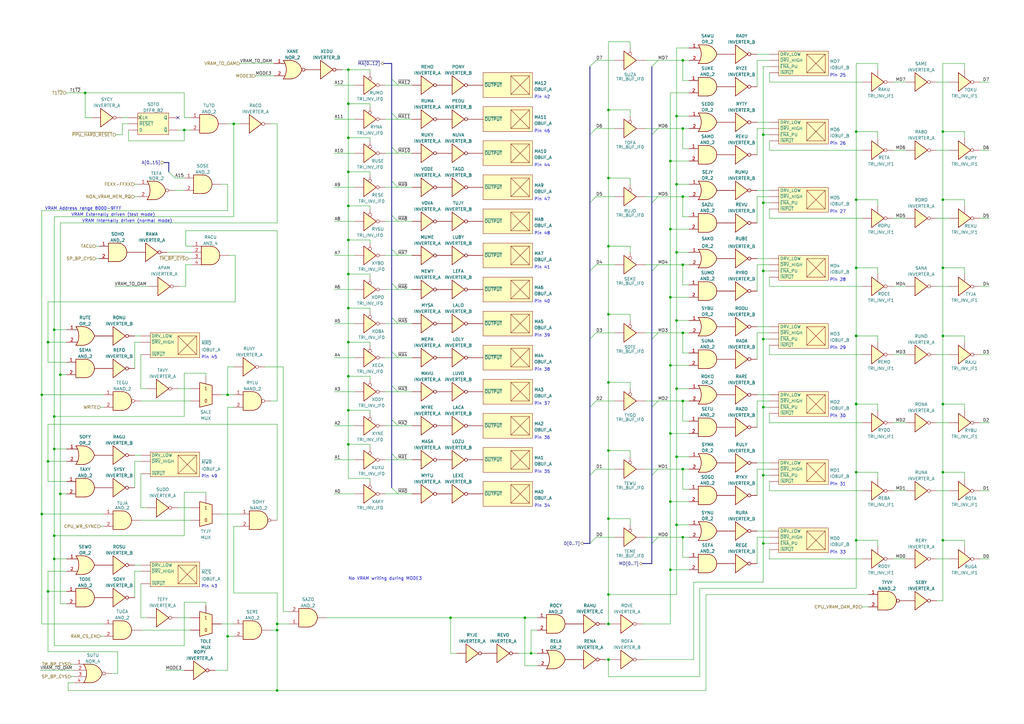
<source format=kicad_sch>
(kicad_sch (version 20211123) (generator eeschema)
  (paper "A3")
  (title_block (title "DMG CPU B") (date "2022-07-08") (rev "0.1") (company "CC-BY-SA-4.0 Régis Galland & Michael Singer -- Derived work from Furrtek") (comment 1 "https://github.com/msinger/dmg-schematics"))
  (junction (at 313.055 55.245))
  (junction (at 280.035 164.465))
  (junction (at 386.715 221.615))
  (junction (at 277.495 131.445))
  (junction (at 142.875 56.515))
  (junction (at 280.035 24.765))
  (junction (at 351.155 221.615))
  (junction (at 142.875 98.425))
  (junction (at 184.785 253.365))
  (junction (at 277.495 47.625))
  (junction (at 17.145 210.82))
  (junction (at 351.155 193.675))
  (junction (at 24.765 202.565))
  (junction (at 142.875 182.245))
  (junction (at 142.875 140.335))
  (junction (at 313.055 111.125))
  (junction (at 274.955 205.74))
  (junction (at 351.155 53.975))
  (junction (at 249.555 100.965))
  (junction (at 274.955 149.86))
  (junction (at 249.555 243.84))
  (junction (at 386.715 137.795))
  (junction (at 274.955 93.98))
  (junction (at 274.955 121.92))
  (junction (at 280.035 192.405))
  (junction (at 142.875 42.545))
  (junction (at 142.875 126.365))
  (junction (at 142.875 84.455))
  (junction (at 280.035 108.585))
  (junction (at 386.715 81.915))
  (junction (at 313.055 83.185))
  (junction (at 22.225 170.815))
  (junction (at 17.145 161.925))
  (junction (at 95.885 50.8))
  (junction (at 249.555 73.025))
  (junction (at 249.555 45.085))
  (junction (at 19.685 189.23))
  (junction (at 277.495 215.265))
  (junction (at 274.955 66.04))
  (junction (at 249.555 184.785))
  (junction (at 351.155 137.795))
  (junction (at 19.685 140.335))
  (junction (at 22.225 135.255))
  (junction (at 22.225 184.15))
  (junction (at 113.665 255.905))
  (junction (at 274.955 233.68))
  (junction (at 280.035 52.705))
  (junction (at 274.955 177.8))
  (junction (at 351.155 109.855))
  (junction (at 313.055 139.065))
  (junction (at 386.715 165.735))
  (junction (at 217.805 267.97))
  (junction (at 249.555 128.905))
  (junction (at 24.765 153.67))
  (junction (at 22.225 219.71))
  (junction (at 351.155 81.915))
  (junction (at 313.055 194.945))
  (junction (at 277.495 187.325))
  (junction (at 280.035 136.525))
  (junction (at 113.665 258.445))
  (junction (at 34.925 38.1))
  (junction (at 19.685 242.57))
  (junction (at 113.665 283.21))
  (junction (at 386.715 193.675))
  (junction (at 351.155 137.7123))
  (junction (at 142.875 154.305))
  (junction (at 93.345 161.925))
  (junction (at 386.715 109.855))
  (junction (at 277.495 103.505))
  (junction (at 249.555 212.725))
  (junction (at 249.555 270.51))
  (junction (at 351.155 165.735))
  (junction (at 142.875 112.395))
  (junction (at 142.875 168.275))
  (junction (at 142.875 28.575))
  (junction (at 351.155 165.6523))
  (junction (at 249.555 255.905))
  (junction (at 215.265 253.365))
  (junction (at 142.875 70.485))
  (junction (at 386.715 53.975))
  (junction (at 313.055 167.005))
  (junction (at 280.035 80.645))
  (junction (at 249.555 156.845))
  (junction (at 277.495 159.385))
  (junction (at 277.495 75.565))
  (junction (at 75.565 53.34))
  (junction (at 280.035 220.345))
  (junction (at 93.345 260.985))
  (junction (at 22.225 229.235))
  (junction (at 313.055 222.885))
  (no_connect (at 73.025 48.26))
  (bus_entry (at 163.195 118.745) (size -2.54 -2.54))
  (bus_entry (at 244.475 164.465) (size -2.54 2.54))
  (bus_entry (at 269.875 136.525) (size -2.54 2.54))
  (bus_entry (at 269.875 52.705) (size -2.54 2.54))
  (bus_entry (at 163.195 76.835) (size -2.54 -2.54))
  (bus_entry (at 163.195 62.865) (size -2.54 -2.54))
  (bus_entry (at 269.875 220.345) (size -2.54 2.54))
  (bus_entry (at 163.195 202.565) (size -2.54 -2.54))
  (bus_entry (at 69.215 70.485) (size 2.54 2.54))
  (bus_entry (at 244.475 52.705) (size -2.54 2.54))
  (bus_entry (at 163.195 160.655) (size -2.54 -2.54))
  (bus_entry (at 244.475 220.345) (size -2.54 2.54))
  (bus_entry (at 244.475 108.585) (size -2.54 2.54))
  (bus_entry (at 244.475 136.525) (size -2.54 2.54))
  (bus_entry (at 163.195 34.925) (size -2.54 -2.54))
  (bus_entry (at 269.875 80.645) (size -2.54 2.54))
  (bus_entry (at 244.475 192.405) (size -2.54 2.54))
  (bus_entry (at 163.195 188.595) (size -2.54 -2.54))
  (bus_entry (at 163.195 132.715) (size -2.54 -2.54))
  (bus_entry (at 163.195 174.625) (size -2.54 -2.54))
  (bus_entry (at 163.195 90.805) (size -2.54 -2.54))
  (bus_entry (at 163.195 146.685) (size -2.54 -2.54))
  (bus_entry (at 244.475 80.645) (size -2.54 2.54))
  (bus_entry (at 269.875 164.465) (size -2.54 2.54))
  (bus_entry (at 269.875 24.765) (size -2.54 2.54))
  (bus_entry (at 244.475 24.765) (size -2.54 2.54))
  (bus_entry (at 163.195 104.775) (size -2.54 -2.54))
  (bus_entry (at 269.875 108.585) (size -2.54 2.54))
  (bus_entry (at 269.875 192.405) (size -2.54 2.54))
  (bus_entry (at 163.195 48.895) (size -2.54 -2.54))
  (wire (pts (xy 168.91 104.775) (xy 163.195 104.775)))
  (wire (pts (xy 315.595 61.595) (xy 353.695 61.595)))
  (wire (pts (xy 310.515 147.32) (xy 310.515 136.525)))
  (wire (pts (xy 360.045 112.395) (xy 360.045 109.855)))
  (wire (pts (xy 55.245 137.795) (xy 57.785 137.795)))
  (wire (pts (xy 280.035 164.465) (xy 282.575 164.465)))
  (wire (pts (xy 34.925 38.1) (xy 75.565 38.1)))
  (wire (pts (xy 163.195 146.685) (xy 158.115 146.685)))
  (wire (pts (xy 142.875 112.395) (xy 142.875 98.425)))
  (wire (pts (xy 405.765 117.475) (xy 401.955 117.475)))
  (wire (pts (xy 19.685 140.335) (xy 19.685 148.59)))
  (wire (pts (xy 93.345 86.36) (xy 17.145 86.36)))
  (wire (pts (xy 315.595 141.605) (xy 315.595 145.415)))
  (wire (pts (xy 287.02 277.495) (xy 287.02 241.3)))
  (wire (pts (xy 315.595 55.245) (xy 313.055 55.245)))
  (wire (pts (xy 395.605 196.215) (xy 395.605 193.675)))
  (wire (pts (xy 249.555 270.51) (xy 250.825 270.51)))
  (wire (pts (xy 351.155 165.6523) (xy 351.155 137.795)))
  (wire (pts (xy 104.775 31.115) (xy 112.395 31.115)))
  (wire (pts (xy 168.91 62.865) (xy 163.195 62.865)))
  (bus (pts (xy 67.31 66.675) (xy 69.215 66.675)))
  (wire (pts (xy 264.795 136.525) (xy 269.875 136.525)))
  (wire (pts (xy 280.035 108.585) (xy 282.575 108.585)))
  (wire (pts (xy 351.155 241.3) (xy 351.155 221.615)))
  (wire (pts (xy 280.035 33.02) (xy 280.035 24.765)))
  (wire (pts (xy 187.325 267.97) (xy 184.785 267.97)))
  (wire (pts (xy 71.755 78.105) (xy 75.565 78.105)))
  (wire (pts (xy 282.575 187.325) (xy 277.495 187.325)))
  (wire (pts (xy 22.225 135.255) (xy 27.305 135.255)))
  (wire (pts (xy 34.925 48.26) (xy 34.925 38.1)))
  (wire (pts (xy 277.495 47.625) (xy 277.495 75.565)))
  (wire (pts (xy 282.575 88.9) (xy 280.035 88.9)))
  (wire (pts (xy 360.045 109.855) (xy 351.155 109.855)))
  (wire (pts (xy 315.595 111.125) (xy 313.055 111.125)))
  (wire (pts (xy 315.595 194.945) (xy 313.055 194.945)))
  (wire (pts (xy 78.74 100.965) (xy 76.2 100.965)))
  (wire (pts (xy 360.045 56.515) (xy 360.045 53.975)))
  (wire (pts (xy 310.515 161.925) (xy 315.595 161.925)))
  (wire (pts (xy 168.91 146.685) (xy 163.195 146.685)))
  (wire (pts (xy 17.145 86.36) (xy 17.145 161.925)))
  (wire (pts (xy 168.91 160.655) (xy 163.195 160.655)))
  (wire (pts (xy 151.765 84.455) (xy 142.875 84.455)))
  (wire (pts (xy 22.225 135.255) (xy 22.225 170.815)))
  (wire (pts (xy 142.875 84.455) (xy 142.875 70.485)))
  (wire (pts (xy 151.765 70.485) (xy 151.765 71.755)))
  (wire (pts (xy 249.555 270.51) (xy 248.285 270.51)))
  (wire (pts (xy 163.195 90.805) (xy 158.115 90.805)))
  (wire (pts (xy 395.605 53.975) (xy 386.715 53.975)))
  (wire (pts (xy 284.48 238.76) (xy 313.055 238.76)))
  (wire (pts (xy 27.305 189.23) (xy 19.685 189.23)))
  (wire (pts (xy 93.345 75.565) (xy 93.345 86.36)))
  (wire (pts (xy 78.105 208.28) (xy 73.025 208.28)))
  (wire (pts (xy 75.565 264.795) (xy 75.565 247.015)))
  (wire (pts (xy 395.605 109.855) (xy 386.715 109.855)))
  (wire (pts (xy 75.565 247.015) (xy 84.455 247.015)))
  (bus (pts (xy 160.655 158.115) (xy 160.655 144.145)))
  (wire (pts (xy 151.765 154.305) (xy 151.765 155.575)))
  (wire (pts (xy 315.595 197.485) (xy 315.595 201.295)))
  (wire (pts (xy 269.875 80.645) (xy 280.035 80.645)))
  (wire (pts (xy 151.765 169.545) (xy 151.765 168.275)))
  (wire (pts (xy 217.805 267.97) (xy 212.725 267.97)))
  (wire (pts (xy 78.74 108.585) (xy 76.2 108.585)))
  (wire (pts (xy 310.515 133.985) (xy 315.595 133.985)))
  (wire (pts (xy 244.475 192.405) (xy 252.095 192.405)))
  (wire (pts (xy 220.345 267.97) (xy 217.805 267.97)))
  (wire (pts (xy 282.575 38.1) (xy 274.955 38.1)))
  (wire (pts (xy 73.025 53.34) (xy 75.565 53.34)))
  (wire (pts (xy 142.875 70.485) (xy 142.875 56.515)))
  (wire (pts (xy 282.575 66.04) (xy 274.955 66.04)))
  (wire (pts (xy 395.605 81.915) (xy 386.715 81.915)))
  (wire (pts (xy 386.715 221.615) (xy 386.715 246.38)))
  (wire (pts (xy 17.145 161.925) (xy 17.145 210.82)))
  (wire (pts (xy 84.455 203.2) (xy 84.455 201.93)))
  (wire (pts (xy 395.605 56.515) (xy 395.605 53.975)))
  (wire (pts (xy 163.195 160.655) (xy 158.115 160.655)))
  (wire (pts (xy 366.395 33.655) (xy 371.475 33.655)))
  (wire (pts (xy 356.235 243.84) (xy 289.56 243.84)))
  (wire (pts (xy 75.565 53.34) (xy 78.105 53.34)))
  (wire (pts (xy 57.785 164.465) (xy 78.105 164.465)))
  (wire (pts (xy 142.875 182.245) (xy 142.875 168.275)))
  (wire (pts (xy 366.395 89.535) (xy 371.475 89.535)))
  (wire (pts (xy 280.035 60.96) (xy 280.035 52.705)))
  (wire (pts (xy 258.445 19.685) (xy 258.445 17.145)))
  (bus (pts (xy 241.935 167.005) (xy 241.935 194.945)))
  (wire (pts (xy 151.765 28.575) (xy 142.875 28.575)))
  (wire (pts (xy 351.155 26.035) (xy 351.155 53.975)))
  (wire (pts (xy 163.195 118.745) (xy 158.115 118.745)))
  (wire (pts (xy 351.155 221.615) (xy 360.045 221.615)))
  (wire (pts (xy 22.225 229.235) (xy 22.225 264.795)))
  (wire (pts (xy 282.575 131.445) (xy 277.495 131.445)))
  (wire (pts (xy 395.605 28.575) (xy 395.605 26.035)))
  (wire (pts (xy 287.02 241.3) (xy 351.155 241.3)))
  (wire (pts (xy 184.785 253.365) (xy 215.265 253.365)))
  (wire (pts (xy 315.595 29.845) (xy 315.595 33.655)))
  (wire (pts (xy 405.765 61.595) (xy 401.955 61.595)))
  (bus (pts (xy 160.655 60.325) (xy 160.655 46.355)))
  (wire (pts (xy 111.125 258.445) (xy 113.665 258.445)))
  (wire (pts (xy 71.755 73.025) (xy 75.565 73.025)))
  (wire (pts (xy 90.805 75.565) (xy 93.345 75.565)))
  (wire (pts (xy 386.715 53.975) (xy 386.715 81.915)))
  (wire (pts (xy 168.91 118.745) (xy 163.195 118.745)))
  (bus (pts (xy 160.655 144.145) (xy 160.655 130.175)))
  (wire (pts (xy 395.605 84.455) (xy 395.605 81.915)))
  (wire (pts (xy 168.91 202.565) (xy 163.195 202.565)))
  (wire (pts (xy 19.685 234.315) (xy 27.305 234.315)))
  (wire (pts (xy 84.455 153.035) (xy 84.455 154.305)))
  (wire (pts (xy 282.575 172.72) (xy 280.035 172.72)))
  (wire (pts (xy 37.465 48.26) (xy 34.925 48.26)))
  (bus (pts (xy 267.335 222.885) (xy 267.335 231.14)))
  (wire (pts (xy 280.035 172.72) (xy 280.035 164.465)))
  (wire (pts (xy 244.475 108.585) (xy 252.095 108.585)))
  (wire (pts (xy 249.555 243.84) (xy 249.555 255.905)))
  (wire (pts (xy 277.495 131.445) (xy 277.495 159.385)))
  (wire (pts (xy 313.055 194.945) (xy 313.055 222.885)))
  (wire (pts (xy 55.245 231.775) (xy 57.785 231.775)))
  (wire (pts (xy 168.91 90.805) (xy 163.195 90.805)))
  (wire (pts (xy 184.785 267.97) (xy 184.785 253.365)))
  (wire (pts (xy 77.47 106.045) (xy 78.74 106.045)))
  (wire (pts (xy 395.605 193.675) (xy 386.715 193.675)))
  (wire (pts (xy 27.305 229.235) (xy 22.225 229.235)))
  (wire (pts (xy 310.515 22.225) (xy 315.595 22.225)))
  (wire (pts (xy 142.875 70.485) (xy 151.765 70.485)))
  (wire (pts (xy 386.715 81.915) (xy 386.715 109.855)))
  (wire (pts (xy 280.035 24.765) (xy 282.575 24.765)))
  (wire (pts (xy 151.765 140.335) (xy 142.875 140.335)))
  (wire (pts (xy 395.605 112.395) (xy 395.605 109.855)))
  (wire (pts (xy 142.875 98.425) (xy 151.765 98.425)))
  (wire (pts (xy 67.945 274.955) (xy 75.565 274.955)))
  (wire (pts (xy 50.165 48.26) (xy 52.705 48.26)))
  (wire (pts (xy 168.91 174.625) (xy 163.195 174.625)))
  (wire (pts (xy 24.765 153.67) (xy 24.765 202.565)))
  (wire (pts (xy 310.515 24.765) (xy 315.595 24.765)))
  (wire (pts (xy 217.805 258.445) (xy 220.345 258.445)))
  (wire (pts (xy 68.58 103.505) (xy 78.74 103.505)))
  (wire (pts (xy 57.785 140.335) (xy 55.245 140.335)))
  (wire (pts (xy 76.2 108.585) (xy 76.2 117.475)))
  (wire (pts (xy 52.705 50.8) (xy 50.165 50.8)))
  (wire (pts (xy 366.395 229.235) (xy 371.475 229.235)))
  (wire (pts (xy 113.665 164.465) (xy 113.665 94.615)))
  (wire (pts (xy 249.555 212.725) (xy 249.555 184.785)))
  (wire (pts (xy 389.255 229.235) (xy 384.175 229.235)))
  (wire (pts (xy 95.885 167.005) (xy 93.345 167.005)))
  (wire (pts (xy 95.885 215.9) (xy 98.425 215.9)))
  (wire (pts (xy 389.255 89.535) (xy 384.175 89.535)))
  (wire (pts (xy 249.555 277.495) (xy 287.02 277.495)))
  (wire (pts (xy 395.605 168.275) (xy 395.605 165.735)))
  (wire (pts (xy 57.785 239.395) (xy 57.785 253.365)))
  (wire (pts (xy 282.575 205.74) (xy 274.955 205.74)))
  (wire (pts (xy 137.16 76.835) (xy 145.415 76.835)))
  (wire (pts (xy 274.955 93.98) (xy 274.955 121.92)))
  (wire (pts (xy 57.785 194.31) (xy 57.785 208.28)))
  (bus (pts (xy 160.655 88.265) (xy 160.655 74.295)))
  (wire (pts (xy 386.715 109.855) (xy 386.715 137.795)))
  (wire (pts (xy 55.245 189.23) (xy 55.245 200.025)))
  (wire (pts (xy 360.045 140.335) (xy 360.045 137.795)))
  (wire (pts (xy 277.495 75.565) (xy 277.495 103.505)))
  (wire (pts (xy 351.155 109.855) (xy 351.155 137.7123)))
  (wire (pts (xy 41.275 260.985) (xy 42.545 260.985)))
  (wire (pts (xy 78.105 159.385) (xy 73.025 159.385)))
  (wire (pts (xy 258.445 212.725) (xy 249.555 212.725)))
  (wire (pts (xy 249.555 255.905) (xy 250.825 255.905)))
  (wire (pts (xy 282.575 200.66) (xy 280.035 200.66)))
  (wire (pts (xy 27.94 280.035) (xy 30.48 280.035)))
  (wire (pts (xy 315.595 33.655) (xy 353.695 33.655)))
  (wire (pts (xy 19.685 267.335) (xy 48.26 267.335)))
  (wire (pts (xy 151.765 168.275) (xy 142.875 168.275)))
  (wire (pts (xy 284.48 270.51) (xy 284.48 238.76)))
  (wire (pts (xy 351.155 221.615) (xy 351.155 193.675)))
  (bus (pts (xy 267.335 55.245) (xy 267.335 83.185)))
  (bus (pts (xy 160.655 200.025) (xy 160.655 186.055)))
  (wire (pts (xy 389.255 117.475) (xy 384.175 117.475)))
  (wire (pts (xy 277.495 159.385) (xy 277.495 187.325)))
  (bus (pts (xy 267.335 83.185) (xy 267.335 111.125)))
  (wire (pts (xy 93.345 161.925) (xy 93.345 150.495)))
  (wire (pts (xy 315.595 83.185) (xy 313.055 83.185)))
  (wire (pts (xy 310.515 52.705) (xy 315.595 52.705)))
  (wire (pts (xy 19.685 242.57) (xy 27.305 242.57)))
  (wire (pts (xy 19.685 123.825) (xy 96.52 123.825)))
  (wire (pts (xy 244.475 52.705) (xy 252.095 52.705)))
  (wire (pts (xy 389.255 33.655) (xy 384.175 33.655)))
  (wire (pts (xy 280.035 80.645) (xy 282.575 80.645)))
  (wire (pts (xy 351.155 137.795) (xy 351.155 137.7123)))
  (wire (pts (xy 163.195 174.625) (xy 158.115 174.625)))
  (wire (pts (xy 395.605 140.335) (xy 395.605 137.795)))
  (wire (pts (xy 310.515 63.5) (xy 310.515 52.705)))
  (wire (pts (xy 282.575 149.86) (xy 274.955 149.86)))
  (wire (pts (xy 351.155 81.915) (xy 351.155 109.855)))
  (wire (pts (xy 366.395 145.415) (xy 371.475 145.415)))
  (wire (pts (xy 34.925 38.1) (xy 27.305 38.1)))
  (wire (pts (xy 313.055 83.185) (xy 313.055 111.125)))
  (wire (pts (xy 137.16 104.775) (xy 145.415 104.775)))
  (wire (pts (xy 57.785 213.36) (xy 78.105 213.36)))
  (wire (pts (xy 163.195 202.565) (xy 158.115 202.565)))
  (wire (pts (xy 19.685 242.57) (xy 19.685 267.335)))
  (wire (pts (xy 310.515 50.165) (xy 315.595 50.165)))
  (wire (pts (xy 95.885 88.9) (xy 95.885 50.8)))
  (wire (pts (xy 280.035 144.78) (xy 280.035 136.525)))
  (wire (pts (xy 95.885 215.9) (xy 95.885 243.205)))
  (wire (pts (xy 315.595 201.295) (xy 353.695 201.295)))
  (wire (pts (xy 280.035 220.345) (xy 282.575 220.345)))
  (wire (pts (xy 249.555 184.785) (xy 249.555 156.845)))
  (wire (pts (xy 386.715 246.38) (xy 384.175 246.38)))
  (wire (pts (xy 140.335 28.575) (xy 142.875 28.575)))
  (wire (pts (xy 113.665 91.44) (xy 113.665 50.8)))
  (wire (pts (xy 249.555 243.84) (xy 277.495 243.84)))
  (wire (pts (xy 17.145 255.905) (xy 17.145 210.82)))
  (wire (pts (xy 42.545 161.925) (xy 17.145 161.925)))
  (wire (pts (xy 282.575 121.92) (xy 274.955 121.92)))
  (wire (pts (xy 93.345 274.955) (xy 93.345 260.985)))
  (wire (pts (xy 29.21 277.495) (xy 30.48 277.495)))
  (wire (pts (xy 27.305 140.335) (xy 19.685 140.335)))
  (wire (pts (xy 315.595 222.885) (xy 313.055 222.885)))
  (wire (pts (xy 289.56 283.21) (xy 113.665 283.21)))
  (wire (pts (xy 56.515 80.645) (xy 55.245 80.645)))
  (wire (pts (xy 27.94 280.035) (xy 27.94 283.21)))
  (wire (pts (xy 264.795 52.705) (xy 269.875 52.705)))
  (wire (pts (xy 41.275 167.005) (xy 42.545 167.005)))
  (wire (pts (xy 84.455 201.93) (xy 75.565 201.93)))
  (wire (pts (xy 280.035 192.405) (xy 282.575 192.405)))
  (wire (pts (xy 277.495 187.325) (xy 277.495 215.265)))
  (wire (pts (xy 142.875 126.365) (xy 151.765 126.365)))
  (wire (pts (xy 315.595 167.005) (xy 313.055 167.005)))
  (wire (pts (xy 75.565 48.26) (xy 75.565 38.1)))
  (wire (pts (xy 24.765 153.67) (xy 27.305 153.67)))
  (bus (pts (xy 160.655 172.085) (xy 160.655 186.055)))
  (wire (pts (xy 282.575 19.685) (xy 277.495 19.685)))
  (wire (pts (xy 57.785 234.315) (xy 55.245 234.315)))
  (wire (pts (xy 55.245 140.335) (xy 55.245 151.13)))
  (wire (pts (xy 315.595 169.545) (xy 315.595 173.355)))
  (wire (pts (xy 360.045 26.035) (xy 351.155 26.035)))
  (wire (pts (xy 353.695 248.92) (xy 356.235 248.92)))
  (wire (pts (xy 163.195 104.775) (xy 158.115 104.775)))
  (bus (pts (xy 241.935 139.065) (xy 241.935 167.005)))
  (wire (pts (xy 249.555 212.725) (xy 249.555 243.84)))
  (wire (pts (xy 310.515 220.345) (xy 315.595 220.345)))
  (wire (pts (xy 249.555 156.845) (xy 258.445 156.845)))
  (bus (pts (xy 160.655 32.385) (xy 160.655 26.035)))
  (wire (pts (xy 386.715 193.675) (xy 386.715 221.615)))
  (wire (pts (xy 274.955 233.68) (xy 274.955 255.905)))
  (wire (pts (xy 151.765 42.545) (xy 151.765 43.815)))
  (bus (pts (xy 157.48 26.035) (xy 160.655 26.035)))
  (wire (pts (xy 313.055 55.245) (xy 313.055 83.185)))
  (wire (pts (xy 386.715 165.735) (xy 386.715 193.675)))
  (wire (pts (xy 17.145 255.905) (xy 42.545 255.905)))
  (wire (pts (xy 151.765 29.845) (xy 151.765 28.575)))
  (wire (pts (xy 366.395 201.295) (xy 371.475 201.295)))
  (wire (pts (xy 46.99 117.475) (xy 60.96 117.475)))
  (wire (pts (xy 96.52 123.825) (xy 96.52 104.775)))
  (wire (pts (xy 258.445 103.505) (xy 258.445 100.965)))
  (wire (pts (xy 142.875 196.215) (xy 142.875 182.245)))
  (wire (pts (xy 264.795 220.345) (xy 269.875 220.345)))
  (wire (pts (xy 168.91 188.595) (xy 163.195 188.595)))
  (bus (pts (xy 241.935 111.125) (xy 241.935 139.065)))
  (wire (pts (xy 137.16 62.865) (xy 145.415 62.865)))
  (wire (pts (xy 310.515 217.805) (xy 315.595 217.805)))
  (wire (pts (xy 133.985 253.365) (xy 184.785 253.365)))
  (bus (pts (xy 267.335 167.005) (xy 267.335 194.945)))
  (wire (pts (xy 315.595 117.475) (xy 353.695 117.475)))
  (wire (pts (xy 280.035 200.66) (xy 280.035 192.405)))
  (wire (pts (xy 142.875 56.515) (xy 142.875 42.545)))
  (wire (pts (xy 310.515 136.525) (xy 315.595 136.525)))
  (wire (pts (xy 315.595 139.065) (xy 313.055 139.065)))
  (wire (pts (xy 280.035 228.6) (xy 280.035 220.345)))
  (wire (pts (xy 98.425 26.035) (xy 112.395 26.035)))
  (wire (pts (xy 264.795 80.645) (xy 269.875 80.645)))
  (wire (pts (xy 264.795 164.465) (xy 269.875 164.465)))
  (wire (pts (xy 282.575 144.78) (xy 280.035 144.78)))
  (wire (pts (xy 280.035 116.84) (xy 280.035 108.585)))
  (wire (pts (xy 282.575 103.505) (xy 277.495 103.505)))
  (wire (pts (xy 277.495 19.685) (xy 277.495 47.625)))
  (wire (pts (xy 274.955 121.92) (xy 274.955 149.86)))
  (wire (pts (xy 282.575 47.625) (xy 277.495 47.625)))
  (wire (pts (xy 151.765 57.785) (xy 151.765 56.515)))
  (wire (pts (xy 289.56 243.84) (xy 289.56 283.21)))
  (wire (pts (xy 360.045 137.795) (xy 351.155 137.795)))
  (wire (pts (xy 274.955 177.8) (xy 274.955 149.86)))
  (wire (pts (xy 151.765 141.605) (xy 151.765 140.335)))
  (wire (pts (xy 142.875 154.305) (xy 142.875 140.335)))
  (wire (pts (xy 84.455 247.015) (xy 84.455 248.285)))
  (wire (pts (xy 258.445 47.625) (xy 258.445 45.085)))
  (wire (pts (xy 151.765 112.395) (xy 142.875 112.395)))
  (wire (pts (xy 19.685 173.99) (xy 113.665 173.99)))
  (wire (pts (xy 244.475 80.645) (xy 252.095 80.645)))
  (wire (pts (xy 113.665 258.445) (xy 113.665 283.21)))
  (wire (pts (xy 274.955 38.1) (xy 274.955 66.04)))
  (wire (pts (xy 113.665 258.445) (xy 113.665 255.905)))
  (wire (pts (xy 315.595 89.535) (xy 353.695 89.535)))
  (wire (pts (xy 142.875 42.545) (xy 151.765 42.545)))
  (wire (pts (xy 19.685 148.59) (xy 27.305 148.59)))
  (wire (pts (xy 249.555 17.145) (xy 249.555 45.085)))
  (wire (pts (xy 142.875 182.245) (xy 151.765 182.245)))
  (wire (pts (xy 274.955 177.8) (xy 274.955 205.74)))
  (bus (pts (xy 241.935 83.185) (xy 241.935 111.125)))
  (wire (pts (xy 137.16 174.625) (xy 145.415 174.625)))
  (wire (pts (xy 282.575 93.98) (xy 274.955 93.98)))
  (wire (pts (xy 258.445 159.385) (xy 258.445 156.845)))
  (wire (pts (xy 142.875 42.545) (xy 142.875 28.575)))
  (wire (pts (xy 19.685 234.315) (xy 19.685 242.57)))
  (wire (pts (xy 310.515 106.045) (xy 315.595 106.045)))
  (wire (pts (xy 313.055 167.005) (xy 313.055 194.945)))
  (wire (pts (xy 360.045 196.215) (xy 360.045 193.675)))
  (wire (pts (xy 137.16 90.805) (xy 145.415 90.805)))
  (wire (pts (xy 137.16 34.925) (xy 145.415 34.925)))
  (wire (pts (xy 405.765 173.355) (xy 401.955 173.355)))
  (wire (pts (xy 280.035 136.525) (xy 282.575 136.525)))
  (wire (pts (xy 95.885 243.205) (xy 113.665 243.205)))
  (wire (pts (xy 249.555 128.905) (xy 249.555 100.965)))
  (wire (pts (xy 315.595 113.665) (xy 315.595 117.475)))
  (wire (pts (xy 168.91 76.835) (xy 163.195 76.835)))
  (wire (pts (xy 249.555 100.965) (xy 258.445 100.965)))
  (wire (pts (xy 269.875 136.525) (xy 280.035 136.525)))
  (wire (pts (xy 78.105 48.26) (xy 75.565 48.26)))
  (wire (pts (xy 395.605 221.615) (xy 386.715 221.615)))
  (wire (pts (xy 137.16 48.895) (xy 145.415 48.895)))
  (wire (pts (xy 405.765 201.295) (xy 401.955 201.295)))
  (wire (pts (xy 24.765 91.44) (xy 24.765 153.67)))
  (wire (pts (xy 351.155 53.975) (xy 351.155 81.915)))
  (wire (pts (xy 163.195 188.595) (xy 158.115 188.595)))
  (wire (pts (xy 280.035 88.9) (xy 280.035 80.645)))
  (wire (pts (xy 142.875 126.365) (xy 142.875 112.395)))
  (wire (pts (xy 269.875 164.465) (xy 280.035 164.465)))
  (wire (pts (xy 163.195 76.835) (xy 158.115 76.835)))
  (wire (pts (xy 93.345 50.8) (xy 95.885 50.8)))
  (wire (pts (xy 310.515 119.38) (xy 310.515 108.585)))
  (wire (pts (xy 282.575 215.265) (xy 277.495 215.265)))
  (wire (pts (xy 111.125 50.8) (xy 113.665 50.8)))
  (wire (pts (xy 142.875 154.305) (xy 151.765 154.305)))
  (wire (pts (xy 315.595 85.725) (xy 315.595 89.535)))
  (wire (pts (xy 22.225 184.15) (xy 27.305 184.15)))
  (wire (pts (xy 151.765 85.725) (xy 151.765 84.455)))
  (wire (pts (xy 360.045 221.615) (xy 360.045 224.155)))
  (wire (pts (xy 142.875 140.335) (xy 142.875 126.365)))
  (wire (pts (xy 313.055 27.305) (xy 313.055 55.245)))
  (wire (pts (xy 249.555 17.145) (xy 258.445 17.145)))
  (wire (pts (xy 315.595 27.305) (xy 313.055 27.305)))
  (wire (pts (xy 274.955 255.905) (xy 263.525 255.905)))
  (wire (pts (xy 351.155 193.675) (xy 351.155 165.735)))
  (wire (pts (xy 389.255 61.595) (xy 384.175 61.595)))
  (wire (pts (xy 75.565 57.785) (xy 52.705 57.785)))
  (wire (pts (xy 116.205 150.495) (xy 116.205 250.825)))
  (wire (pts (xy 360.045 165.735) (xy 351.155 165.735)))
  (wire (pts (xy 244.475 136.525) (xy 252.095 136.525)))
  (wire (pts (xy 57.785 253.365) (xy 60.325 253.365)))
  (wire (pts (xy 29.21 272.415) (xy 30.48 272.415)))
  (wire (pts (xy 75.565 201.93) (xy 75.565 219.71)))
  (wire (pts (xy 360.045 81.915) (xy 351.155 81.915)))
  (wire (pts (xy 249.555 45.085) (xy 249.555 73.025)))
  (wire (pts (xy 405.765 145.415) (xy 401.955 145.415)))
  (wire (pts (xy 310.515 164.465) (xy 315.595 164.465)))
  (wire (pts (xy 310.515 108.585) (xy 315.595 108.585)))
  (wire (pts (xy 258.445 75.565) (xy 258.445 73.025)))
  (wire (pts (xy 264.795 24.765) (xy 269.875 24.765)))
  (wire (pts (xy 137.16 202.565) (xy 145.415 202.565)))
  (wire (pts (xy 151.765 182.245) (xy 151.765 183.515)))
  (wire (pts (xy 22.225 88.9) (xy 22.225 135.255)))
  (wire (pts (xy 95.885 50.8) (xy 98.425 50.8)))
  (wire (pts (xy 274.955 205.74) (xy 274.955 233.68)))
  (wire (pts (xy 24.765 202.565) (xy 27.305 202.565)))
  (wire (pts (xy 405.765 89.535) (xy 401.955 89.535)))
  (wire (pts (xy 366.395 61.595) (xy 371.475 61.595)))
  (wire (pts (xy 93.345 167.005) (xy 93.345 260.985)))
  (wire (pts (xy 108.585 150.495) (xy 116.205 150.495)))
  (wire (pts (xy 78.105 253.365) (xy 73.025 253.365)))
  (wire (pts (xy 215.265 273.05) (xy 220.345 273.05)))
  (wire (pts (xy 151.765 98.425) (xy 151.765 99.695)))
  (wire (pts (xy 151.765 126.365) (xy 151.765 127.635)))
  (wire (pts (xy 263.525 270.51) (xy 284.48 270.51)))
  (wire (pts (xy 244.475 220.345) (xy 252.095 220.345)))
  (wire (pts (xy 168.91 34.925) (xy 163.195 34.925)))
  (wire (pts (xy 168.91 48.895) (xy 163.195 48.895)))
  (wire (pts (xy 258.445 128.905) (xy 249.555 128.905)))
  (wire (pts (xy 22.225 170.815) (xy 22.225 184.15)))
  (wire (pts (xy 395.605 224.155) (xy 395.605 221.615)))
  (wire (pts (xy 280.035 52.705) (xy 282.575 52.705)))
  (wire (pts (xy 258.445 215.265) (xy 258.445 212.725)))
  (wire (pts (xy 75.565 170.815) (xy 75.565 153.035)))
  (wire (pts (xy 310.515 91.44) (xy 310.515 80.645)))
  (bus (pts (xy 69.215 70.485) (xy 69.215 66.675)))
  (wire (pts (xy 39.37 100.965) (xy 40.64 100.965)))
  (wire (pts (xy 17.145 210.82) (xy 42.545 210.82)))
  (wire (pts (xy 163.195 62.865) (xy 158.115 62.865)))
  (wire (pts (xy 27.94 283.21) (xy 113.665 283.21)))
  (wire (pts (xy 52.705 57.785) (xy 52.705 53.34)))
  (wire (pts (xy 88.265 274.955) (xy 93.345 274.955)))
  (wire (pts (xy 45.72 276.225) (xy 48.26 276.225)))
  (bus (pts (xy 263.525 231.14) (xy 267.335 231.14)))
  (wire (pts (xy 244.475 24.765) (xy 252.095 24.765)))
  (bus (pts (xy 160.655 74.295) (xy 160.655 60.325)))
  (bus (pts (xy 241.935 27.305) (xy 241.935 55.245)))
  (wire (pts (xy 137.16 160.655) (xy 145.415 160.655)))
  (wire (pts (xy 116.205 250.825) (xy 118.745 250.825)))
  (wire (pts (xy 93.98 104.775) (xy 96.52 104.775)))
  (wire (pts (xy 282.575 177.8) (xy 274.955 177.8)))
  (wire (pts (xy 113.665 243.205) (xy 113.665 255.905)))
  (wire (pts (xy 217.805 258.445) (xy 217.805 267.97)))
  (wire (pts (xy 22.225 170.815) (xy 75.565 170.815)))
  (wire (pts (xy 111.125 164.465) (xy 113.665 164.465)))
  (wire (pts (xy 168.91 132.715) (xy 163.195 132.715)))
  (wire (pts (xy 50.165 50.8) (xy 50.165 55.245)))
  (wire (pts (xy 95.885 88.9) (xy 22.225 88.9)))
  (wire (pts (xy 137.16 118.745) (xy 145.415 118.745)))
  (wire (pts (xy 75.565 153.035) (xy 84.455 153.035)))
  (wire (pts (xy 249.555 100.965) (xy 249.555 73.025)))
  (wire (pts (xy 258.445 187.325) (xy 258.445 184.785)))
  (wire (pts (xy 315.595 57.785) (xy 315.595 61.595)))
  (wire (pts (xy 16.51 274.955) (xy 30.48 274.955)))
  (wire (pts (xy 151.765 56.515) (xy 142.875 56.515)))
  (wire (pts (xy 93.345 260.985) (xy 95.885 260.985)))
  (wire (pts (xy 22.225 219.71) (xy 22.225 229.235)))
  (wire (pts (xy 137.16 146.685) (xy 145.415 146.685)))
  (wire (pts (xy 386.715 137.795) (xy 386.715 165.735)))
  (wire (pts (xy 282.575 228.6) (xy 280.035 228.6)))
  (wire (pts (xy 366.395 173.355) (xy 371.475 173.355)))
  (bus (pts (xy 267.335 111.125) (xy 267.335 139.065)))
  (wire (pts (xy 55.245 75.565) (xy 56.515 75.565)))
  (wire (pts (xy 264.795 108.585) (xy 269.875 108.585)))
  (wire (pts (xy 249.555 45.085) (xy 258.445 45.085)))
  (wire (pts (xy 395.605 137.795) (xy 386.715 137.795)))
  (wire (pts (xy 315.595 225.425) (xy 315.595 229.235)))
  (wire (pts (xy 310.515 203.2) (xy 310.515 192.405)))
  (wire (pts (xy 269.875 220.345) (xy 280.035 220.345)))
  (wire (pts (xy 269.875 52.705) (xy 280.035 52.705)))
  (wire (pts (xy 57.785 208.28) (xy 60.325 208.28)))
  (wire (pts (xy 24.765 91.44) (xy 113.665 91.44)))
  (wire (pts (xy 269.875 108.585) (xy 280.035 108.585)))
  (wire (pts (xy 41.275 215.9) (xy 42.545 215.9)))
  (wire (pts (xy 93.345 150.495) (xy 95.885 150.495)))
  (wire (pts (xy 258.445 184.785) (xy 249.555 184.785)))
  (bus (pts (xy 160.655 130.175) (xy 160.655 116.205)))
  (wire (pts (xy 258.445 131.445) (xy 258.445 128.905)))
  (wire (pts (xy 151.765 113.665) (xy 151.765 112.395)))
  (wire (pts (xy 360.045 84.455) (xy 360.045 81.915)))
  (wire (pts (xy 269.875 24.765) (xy 280.035 24.765)))
  (wire (pts (xy 249.555 270.51) (xy 249.555 277.495)))
  (wire (pts (xy 137.16 132.715) (xy 145.415 132.715)))
  (wire (pts (xy 315.595 229.235) (xy 353.695 229.235)))
  (wire (pts (xy 310.515 192.405) (xy 315.595 192.405)))
  (wire (pts (xy 57.785 189.23) (xy 55.245 189.23)))
  (wire (pts (xy 277.495 103.505) (xy 277.495 131.445)))
  (wire (pts (xy 274.955 66.04) (xy 274.955 93.98)))
  (wire (pts (xy 360.045 53.975) (xy 351.155 53.975)))
  (wire (pts (xy 310.515 35.56) (xy 310.515 24.765)))
  (wire (pts (xy 310.515 175.26) (xy 310.515 164.465)))
  (wire (pts (xy 360.045 193.675) (xy 351.155 193.675)))
  (wire (pts (xy 19.685 123.825) (xy 19.685 140.335)))
  (wire (pts (xy 249.555 156.845) (xy 249.555 128.905)))
  (wire (pts (xy 55.245 234.315) (xy 55.245 245.11)))
  (wire (pts (xy 163.195 132.715) (xy 158.115 132.715)))
  (wire (pts (xy 90.805 210.82) (xy 98.425 210.82)))
  (bus (pts (xy 241.935 194.945) (xy 241.935 222.885)))
  (wire (pts (xy 47.625 55.245) (xy 50.165 55.245)))
  (wire (pts (xy 315.595 145.415) (xy 353.695 145.415)))
  (wire (pts (xy 360.045 28.575) (xy 360.045 26.035)))
  (wire (pts (xy 360.045 168.275) (xy 360.045 165.735)))
  (wire (pts (xy 76.2 100.965) (xy 76.2 94.615)))
  (bus (pts (xy 160.655 102.235) (xy 160.655 88.265)))
  (bus (pts (xy 160.655 102.235) (xy 160.655 116.205)))
  (wire (pts (xy 310.515 189.865) (xy 315.595 189.865)))
  (wire (pts (xy 282.575 116.84) (xy 280.035 116.84)))
  (bus (pts (xy 160.655 46.355) (xy 160.655 32.385)))
  (wire (pts (xy 93.345 161.925) (xy 90.805 161.925)))
  (wire (pts (xy 389.255 145.415) (xy 384.175 145.415)))
  (wire (pts (xy 277.495 215.265) (xy 277.495 243.84)))
  (wire (pts (xy 395.605 165.735) (xy 386.715 165.735)))
  (wire (pts (xy 215.265 253.365) (xy 220.345 253.365)))
  (wire (pts (xy 142.875 168.275) (xy 142.875 154.305)))
  (wire (pts (xy 163.195 34.925) (xy 158.115 34.925)))
  (wire (pts (xy 151.765 197.485) (xy 151.765 196.215)))
  (wire (pts (xy 151.765 196.215) (xy 142.875 196.215)))
  (wire (pts (xy 310.515 231.14) (xy 310.515 220.345)))
  (wire (pts (xy 113.665 255.905) (xy 118.745 255.905)))
  (wire (pts (xy 57.785 159.385) (xy 60.325 159.385)))
  (wire (pts (xy 248.285 255.905) (xy 249.555 255.905)))
  (wire (pts (xy 24.765 202.565) (xy 24.765 247.65)))
  (wire (pts (xy 39.37 106.045) (xy 40.64 106.045)))
  (bus (pts (xy 160.655 158.115) (xy 160.655 172.085)))
  (wire (pts (xy 76.2 117.475) (xy 73.66 117.475)))
  (wire (pts (xy 48.26 276.225) (xy 48.26 267.335)))
  (wire (pts (xy 269.875 192.405) (xy 280.035 192.405)))
  (wire (pts (xy 313.055 111.125) (xy 313.055 139.065)))
  (wire (pts (xy 22.225 264.795) (xy 75.565 264.795)))
  (wire (pts (xy 351.155 165.735) (xy 351.155 165.6523)))
  (wire (pts (xy 57.785 258.445) (xy 78.105 258.445)))
  (wire (pts (xy 95.885 255.905) (xy 90.805 255.905)))
  (wire (pts (xy 22.225 184.15) (xy 22.225 219.71)))
  (wire (pts (xy 282.575 60.96) (xy 280.035 60.96)))
  (wire (pts (xy 215.265 253.365) (xy 215.265 273.05)))
  (bus (pts (xy 241.935 55.245) (xy 241.935 83.185)))
  (wire (pts (xy 93.345 161.925) (xy 95.885 161.925)))
  (wire (pts (xy 75.565 53.34) (xy 75.565 57.785)))
  (wire (pts (xy 137.16 188.595) (xy 145.415 188.595)))
  (wire (pts (xy 142.875 98.425) (xy 142.875 84.455)))
  (wire (pts (xy 75.565 219.71) (xy 22.225 219.71)))
  (wire (pts (xy 310.515 78.105) (xy 315.595 78.105)))
  (wire (pts (xy 163.195 48.895) (xy 158.115 48.895)))
  (wire (pts (xy 19.685 189.23) (xy 19.685 197.485)))
  (wire (pts (xy 19.685 173.99) (xy 19.685 189.23)))
  (wire (pts (xy 282.575 159.385) (xy 277.495 159.385)))
  (wire (pts (xy 366.395 117.475) (xy 371.475 117.475)))
  (wire (pts (xy 313.055 139.065) (xy 313.055 167.005)))
  (bus (pts (xy 267.335 139.065) (xy 267.335 167.005)))
  (bus (pts (xy 267.335 27.305) (xy 267.335 55.245)))
  (wire (pts (xy 386.715 26.035) (xy 386.715 53.975)))
  (wire (pts (xy 244.475 164.465) (xy 252.095 164.465)))
  (wire (pts (xy 264.795 192.405) (xy 269.875 192.405)))
  (wire (pts (xy 55.245 186.69) (xy 57.785 186.69)))
  (wire (pts (xy 315.595 173.355) (xy 353.695 173.355)))
  (wire (pts (xy 274.955 233.68) (xy 282.575 233.68)))
  (wire (pts (xy 405.765 33.655) (xy 401.955 33.655)))
  (wire (pts (xy 57.785 145.415) (xy 57.785 159.385)))
  (wire (pts (xy 24.765 247.65) (xy 27.305 247.65)))
  (bus (pts (xy 267.335 194.945) (xy 267.335 222.885)))
  (wire (pts (xy 258.445 73.025) (xy 249.555 73.025)))
  (wire (pts (xy 313.055 222.885) (xy 313.055 238.76)))
  (wire (pts (xy 76.2 94.615) (xy 113.665 94.615)))
  (wire (pts (xy 389.255 201.295) (xy 384.175 201.295)))
  (wire (pts (xy 282.575 33.02) (xy 280.035 33.02)))
  (wire (pts (xy 395.605 26.035) (xy 386.715 26.035)))
  (bus (pts (xy 239.395 222.885) (xy 241.935 222.885)))
  (wire (pts (xy 310.515 80.645) (xy 315.595 80.645)))
  (wire (pts (xy 389.255 173.355) (xy 384.175 173.355)))
  (wire (pts (xy 405.765 229.235) (xy 401.955 229.235)))
  (wire (pts (xy 113.665 213.36) (xy 113.665 173.99)))
  (wire (pts (xy 19.685 197.485) (xy 27.305 197.485)))
  (wire (pts (xy 282.575 75.565) (xy 277.495 75.565)))
  (text "Pin 42" (at 219.075 40.64 0) (effects (font (size 1.27 1.27)) (justify left bottom)))
  (text "VRAM Address range 8000-9FFF" (at 18.415 86.36 0) (effects (font (size 1.27 1.27)) (justify left bottom)))
  (text "Pin 39" (at 219.075 138.43 0) (effects (font (size 1.27 1.27)) (justify left bottom)))
  (text "Pin 49" (at 82.55 196.215 0) (effects (font (size 1.27 1.27)) (justify left bottom)))
  (text "Pin 40" (at 219.075 124.46 0) (effects (font (size 1.27 1.27)) (justify left bottom)))
  (text "Pin 41" (at 219.075 110.49 0) (effects (font (size 1.27 1.27)) (justify left bottom)))
  (text "VRAM Internally driven (normal mode)" (at 33.655 91.44 0) (effects (font (size 1.27 1.27)) (justify left bottom)))
  (text "Pin 46" (at 219.075 54.61 0) (effects (font (size 1.27 1.27)) (justify left bottom)))
  (text "Pin 25" (at 340.36 31.75 0) (effects (font (size 1.27 1.27)) (justify left bottom)))
  (text "No VRAM writing during MODE3" (at 142.875 238.125 0) (effects (font (size 1.27 1.27)) (justify left bottom)))
  (text "Pin 33" (at 340.36 227.33 0) (effects (font (size 1.27 1.27)) (justify left bottom)))
  (text "Pin 45" (at 82.55 147.32 0) (effects (font (size 1.27 1.27)) (justify left bottom)))
  (text "Pin 43" (at 82.55 241.3 0) (effects (font (size 1.27 1.27)) (justify left bottom)))
  (text "Pin 34" (at 219.075 208.28 0) (effects (font (size 1.27 1.27)) (justify left bottom)))
  (text "Pin 48" (at 219.075 96.52 0) (effects (font (size 1.27 1.27)) (justify left bottom)))
  (text "Pin 28" (at 340.36 115.57 0) (effects (font (size 1.27 1.27)) (justify left bottom)))
  (text "Pin 31" (at 340.36 199.39 0) (effects (font (size 1.27 1.27)) (justify left bottom)))
  (text "Pin 29" (at 340.36 143.51 0) (effects (font (size 1.27 1.27)) (justify left bottom)))
  (text "Pin 36" (at 219.075 180.34 0) (effects (font (size 1.27 1.27)) (justify left bottom)))
  (text "Pin 35" (at 219.075 194.31 0) (effects (font (size 1.27 1.27)) (justify left bottom)))
  (text "Pin 47" (at 219.075 82.55 0) (effects (font (size 1.27 1.27)) (justify left bottom)))
  (text "Pin 38" (at 219.075 152.4 0) (effects (font (size 1.27 1.27)) (justify left bottom)))
  (text "VRAM Externally driven (test mode)" (at 29.21 88.9 0) (effects (font (size 1.27 1.27)) (justify left bottom)))
  (text "Pin 27" (at 340.36 87.63 0) (effects (font (size 1.27 1.27)) (justify left bottom)))
  (text "Pin 30" (at 340.36 171.45 0) (effects (font (size 1.27 1.27)) (justify left bottom)))
  (text "Pin 26" (at 340.36 59.69 0) (effects (font (size 1.27 1.27)) (justify left bottom)))
  (text "Pin 37" (at 219.075 166.37 0) (effects (font (size 1.27 1.27)) (justify left bottom)))
  (text "Pin 44" (at 219.075 68.58 0) (effects (font (size 1.27 1.27)) (justify left bottom)))
  (label "T1~{T2}" (at 28.575 38.1 0))
  (label "~{MA6}" (at 163.195 118.745 0))
  (label "MD5" (at 269.875 80.645 0))
  (label "D1" (at 244.475 192.405 0))
  (label "~{MA8}" (at 163.195 90.805 0))
  (label "~{MA0}" (at 163.195 202.565 0))
  (label "MD7" (at 371.475 33.655 180))
  (label "MODE3" (at 104.775 31.115 0))
  (label "A9" (at 137.16 76.835 0))
  (label "D4" (at 405.765 117.475 180))
  (label "MD6" (at 371.475 61.595 180))
  (label "~{MA9}" (at 163.195 76.835 0))
  (label "MD4" (at 371.475 117.475 180))
  (label "D0" (at 405.765 229.235 180))
  (label "MD0" (at 269.875 220.345 0))
  (label "D1" (at 405.765 201.295 180))
  (label "MODE3" (at 67.945 274.955 0))
  (label "MD1" (at 269.875 192.405 0))
  (label "A7" (at 137.16 104.775 0))
  (label "A1" (at 137.16 188.595 0))
  (label "~{MA12}" (at 163.195 34.925 0))
  (label "MD3" (at 269.875 136.525 0))
  (label "D5" (at 244.475 80.645 0))
  (label "A12" (at 137.16 34.925 0))
  (label "A3" (at 137.16 160.655 0))
  (label "MD2" (at 371.475 173.355 180))
  (label "D3" (at 244.475 136.525 0))
  (label "D0" (at 244.475 220.345 0))
  (label "~{MA2}" (at 163.195 174.625 0))
  (label "MD2" (at 269.875 164.465 0))
  (label "MD3" (at 371.475 145.415 180))
  (label "D5" (at 405.765 89.535 180))
  (label "VRAM_TO_OAM" (at 98.425 26.035 0))
  (label "A2" (at 137.16 174.625 0))
  (label "D6" (at 405.765 61.595 180))
  (label "A5" (at 137.16 132.715 0))
  (label "A6" (at 137.16 118.745 0))
  (label "A15" (at 71.755 73.025 0))
  (label "~{MA3}" (at 163.195 160.655 0))
  (label "D7" (at 244.475 24.765 0))
  (label "~{MA11}" (at 163.195 48.895 0))
  (label "D6" (at 244.475 52.705 0))
  (label "~{MA10}" (at 163.195 62.865 0))
  (label "~{MA4}" (at 163.195 146.685 0))
  (label "MD5" (at 371.475 89.535 180))
  (label "MD0" (at 371.475 229.235 180))
  (label "A4" (at 137.16 146.685 0))
  (label "~{MA7}" (at 163.195 104.775 0))
  (label "D7" (at 405.765 33.655 180))
  (label "MD7" (at 269.875 24.765 0))
  (label "MD4" (at 269.875 108.585 0))
  (label "D3" (at 405.765 145.415 180))
  (label "D2" (at 405.765 173.355 180))
  (label "MD1" (at 371.475 201.295 180))
  (label "A11" (at 137.16 48.895 0))
  (label "A0" (at 137.16 202.565 0))
  (label "MD6" (at 269.875 52.705 0))
  (label "D2" (at 244.475 164.465 0))
  (label "D4" (at 244.475 108.585 0))
  (label "VRAM_TO_OAM" (at 46.99 117.475 0))
  (label "A10" (at 137.16 62.865 0))
  (label "~{MA1}" (at 163.195 188.595 0))
  (label "~{MA5}" (at 163.195 132.715 0))
  (label "A8" (at 137.16 90.805 0))
  (label "VRAM_TO_OAM" (at 16.51 274.955 0))
  (hierarchical_label "~{TM_BP_CYS}" (shape input) (at 77.47 106.045 180))
  (hierarchical_label "RAM_CS_EN" (shape input) (at 41.275 260.985 180))
  (hierarchical_label "WRITE" (shape input) (at 41.275 167.005 180))
  (hierarchical_label "A[0..15]" (shape input) (at 67.31 66.675 180))
  (hierarchical_label "TACU" (shape input) (at 39.37 100.965 180))
  (hierarchical_label "D[0..7]" (shape bidirectional) (at 239.395 222.885 180))
  (hierarchical_label "~{PPU_HARD_RESET}" (shape input) (at 47.625 55.245 180))
  (hierarchical_label "VRAM_TO_OAM" (shape input) (at 98.425 26.035 180))
  (hierarchical_label "SP_BP_CYS" (shape input) (at 39.37 106.045 180))
  (hierarchical_label "FEXX-FFXX" (shape input) (at 55.245 75.565 180))
  (hierarchical_label "SP_BP_CYS" (shape input) (at 29.21 277.495 180))
  (hierarchical_label "~{MA[0..12]}" (shape tri_state) (at 157.48 26.035 180))
  (hierarchical_label "MODE3" (shape input) (at 104.775 31.115 180))
  (hierarchical_label "CPU_VRAM_OAM_RD" (shape input) (at 353.695 248.92 180))
  (hierarchical_label "CPU_WR_SYNC" (shape input) (at 41.275 215.9 180))
  (hierarchical_label "T1~{T2}" (shape input) (at 27.305 38.1 180))
  (hierarchical_label "TM_BP_CYS" (shape input) (at 29.21 272.415 180))
  (hierarchical_label "MD[0..7]" (shape tri_state) (at 263.525 231.14 180))
  (hierarchical_label "NON_VRAM_MEM_RQ" (shape input) (at 55.245 80.645 180))
  (symbol (lib_id "DMG_CPU_Cells:INVERTER_A") (at 81.915 274.955 0) (unit 1)
    (property "Reference" "ROPY" (at 81.915 267.4452 0))
    (property "Value" "INVERTER_A" (at 81.915 269.9821 0))
    (property "Datasheet" "http://iceboy.a-singer.de/doc/dmg_cells.html#inv_a" (effects hide))
  )
  (symbol (lib_id "DMG_CPU_Cells:TRI_INV_IF1") (at 360.045 145.415 0) (unit 1)
    (property "Reference" "REMO" (at 362.585 148.4646 0))
    (property "Value" "TRI_INV_IF1" (at 361.315 151.13 0))
    (property "Datasheet" "http://iceboy.a-singer.de/doc/dmg_cells.html#tri_inv_if1" (effects hide))
  )
  (symbol (lib_id "DMG_CPU_Cells:TRI_INV_IF1") (at 395.605 145.415 0) (unit 1)
    (property "Reference" "RAJU" (at 398.145 148.59 0))
    (property "Value" "TRI_INV_IF1" (at 395.605 151.13 0))
    (property "Datasheet" "http://iceboy.a-singer.de/doc/dmg_cells.html#tri_inv_if1" (effects hide))
  )
  (symbol (lib_id "DMG_CPU_Cells:INVERTER_B") (at 48.895 137.795 0) (unit 1)
    (property "Reference" "RONU" (at 48.895 130.2852 0))
    (property "Value" "INVERTER_B" (at 48.895 132.8221 0))
    (property "Datasheet" "http://iceboy.a-singer.de/doc/dmg_cells.html#inv_b" (effects hide))
  )
  (symbol (lib_id "DMG_CPU_Cells:OR_2") (at 34.925 231.775 0) (unit 1)
    (property "Reference" "SEWO" (at 34.9248 224.2652 0))
    (property "Value" "OR_2" (at 34.9248 226.8021 0))
    (property "Datasheet" "http://iceboy.a-singer.de/doc/dmg_cells.html#or2" (effects hide))
  )
  (symbol (lib_id "DMG_CPU_Cells:INVERTER_B") (at 304.165 161.925 0) (unit 1)
    (property "Reference" "RARE" (at 304.165 154.4152 0))
    (property "Value" "INVERTER_B" (at 304.165 156.9521 0))
    (property "Datasheet" "http://iceboy.a-singer.de/doc/dmg_cells.html#inv_b" (effects hide))
  )
  (symbol (lib_id "DMG_CPU_Cells:INVERTER_A") (at 377.825 246.38 0) (unit 1)
    (property "Reference" "SEBY" (at 377.825 238.8702 0))
    (property "Value" "INVERTER_A" (at 377.825 241.4071 0))
    (property "Datasheet" "http://iceboy.a-singer.de/doc/dmg_cells.html#inv_a" (effects hide))
  )
  (symbol (lib_id "DMG_CPU_Cells:AND_2") (at 290.195 231.14 0) (unit 1)
    (property "Reference" "SEFA" (at 290.195 223.6302 0))
    (property "Value" "AND_2" (at 290.195 226.06 0))
    (property "Datasheet" "http://iceboy.a-singer.de/doc/dmg_cells.html#and2" (effects hide))
  )
  (symbol (lib_id "DMG_CPU_Cells:TRI_BUF_IF0") (at 258.445 136.525 0) (unit 1)
    (property "Reference" "SOTE" (at 258.445 142.3654 0))
    (property "Value" "TRI_BUF_IF0" (at 258.445 144.145 0))
    (property "Datasheet" "http://iceboy.a-singer.de/doc/dmg_cells.html#tri_buf" (effects hide))
  )
  (symbol (lib_id "DMG_CPU_Cells:TRI_INV_IF0") (at 151.765 132.715 0) (unit 1)
    (property "Reference" "XOBA" (at 154.94 135.89 0))
    (property "Value" "TRI_INV_IF0" (at 152.4 138.43 0))
    (property "Datasheet" "http://iceboy.a-singer.de/doc/dmg_cells.html#tri_inv_if0" (effects hide))
  )
  (symbol (lib_id "DMG_CPU_Cells:INVERTER_B") (at 187.96 202.565 0) (unit 1)
    (property "Reference" "LEXE" (at 187.96 195.0552 0))
    (property "Value" "INVERTER_B" (at 187.96 197.5921 0))
    (property "Datasheet" "http://iceboy.a-singer.de/doc/dmg_cells.html#inv_b" (effects hide))
  )
  (symbol (lib_id "DMG_CPU_Cells:TRI_INV_IF0") (at 151.765 76.835 0) (unit 1)
    (property "Reference" "RESE" (at 154.94 80.01 0))
    (property "Value" "TRI_INV_IF0" (at 152.4 82.55 0))
    (property "Datasheet" "http://iceboy.a-singer.de/doc/dmg_cells.html#tri_inv_if0" (effects hide))
  )
  (symbol (lib_id "DMG_CPU_Cells:OBUF_A") (at 208.28 160.655 0) (mirror y) (unit 1)
    (property "Reference" "MA3" (at 219.075 159.8203 0) (effects (justify right)))
    (property "Value" "OBUF_A" (at 219.075 162.3572 0) (effects (justify right)))
    (property "Datasheet" "http://iceboy.a-singer.de/doc/dmg_cells.html#obuf_a" (effects hide))
  )
  (symbol (lib_id "DMG_CPU_Cells:IOBUF_A") (at 71.755 141.605 0) (mirror y) (unit 1)
    (property "Reference" "~{MRD}" (at 82.55 140.7703 0) (effects (justify right)))
    (property "Value" "IOBUF_A" (at 82.55 143.4612 0) (effects (justify right)))
    (property "Datasheet" "http://iceboy.a-singer.de/doc/dmg_cells.html#iobuf_a" (effects hide))
  )
  (symbol (lib_id "DMG_CPU_Cells:INVERTER_A") (at 175.26 34.925 0) (unit 1)
    (property "Reference" "REHO" (at 175.26 27.4152 0))
    (property "Value" "INVERTER_A" (at 175.26 29.9521 0))
    (property "Datasheet" "http://iceboy.a-singer.de/doc/dmg_cells.html#inv_a" (effects hide))
  )
  (symbol (lib_id "DMG_CPU_Cells:IOBUF_A") (at 71.755 235.585 0) (mirror y) (unit 1)
    (property "Reference" "~{MCS}" (at 82.55 234.7503 0) (effects (justify right)))
    (property "Value" "IOBUF_A" (at 82.55 237.4412 0) (effects (justify right)))
    (property "Datasheet" "http://iceboy.a-singer.de/doc/dmg_cells.html#iobuf_a" (effects hide))
  )
  (symbol (lib_id "DMG_CPU_Cells:INVERTER_B") (at 304.165 22.225 0) (unit 1)
    (property "Reference" "RADY" (at 304.165 14.7152 0))
    (property "Value" "INVERTER_B" (at 304.165 17.2521 0))
    (property "Datasheet" "http://iceboy.a-singer.de/doc/dmg_cells.html#inv_b" (effects hide))
  )
  (symbol (lib_id "DMG_CPU_Cells:INVERTER_A") (at 175.26 202.565 0) (unit 1)
    (property "Reference" "MYFU" (at 175.26 195.0552 0))
    (property "Value" "INVERTER_A" (at 175.26 197.5921 0))
    (property "Datasheet" "http://iceboy.a-singer.de/doc/dmg_cells.html#inv_a" (effects hide))
  )
  (symbol (lib_id "DMG_CPU_Cells:IOBUF_A") (at 71.755 190.5 0) (mirror y) (unit 1)
    (property "Reference" "~{MWR}" (at 82.55 189.6653 0) (effects (justify right)))
    (property "Value" "IOBUF_A" (at 82.55 192.3562 0) (effects (justify right)))
    (property "Datasheet" "http://iceboy.a-singer.de/doc/dmg_cells.html#iobuf_a" (effects hide))
  )
  (symbol (lib_id "DMG_CPU_Cells:TRI_INV_IF1") (at 360.045 61.595 0) (unit 1)
    (property "Reference" "RETA" (at 362.585 64.6446 0))
    (property "Value" "TRI_INV_IF1" (at 361.315 67.31 0))
    (property "Datasheet" "http://iceboy.a-singer.de/doc/dmg_cells.html#tri_inv_if1" (effects hide))
  )
  (symbol (lib_id "DMG_CPU_Cells:INVERTER_A") (at 193.675 267.97 0) (unit 1)
    (property "Reference" "RYJE" (at 193.675 260.4602 0))
    (property "Value" "INVERTER_A" (at 193.675 262.9971 0))
    (property "Datasheet" "http://iceboy.a-singer.de/doc/dmg_cells.html#inv_a" (effects hide))
  )
  (symbol (lib_id "DMG_CPU_Cells:INVERTER_B") (at 187.96 174.625 0) (unit 1)
    (property "Reference" "LACA" (at 187.96 167.1152 0))
    (property "Value" "INVERTER_B" (at 187.96 169.6521 0))
    (property "Datasheet" "http://iceboy.a-singer.de/doc/dmg_cells.html#inv_b" (effects hide))
  )
  (symbol (lib_id "DMG_CPU_Cells:INVERTER_B") (at 257.175 270.51 0) (unit 1)
    (property "Reference" "ROFA" (at 257.175 263.0002 0))
    (property "Value" "INVERTER_B" (at 257.175 265.5371 0))
    (property "Datasheet" "http://iceboy.a-singer.de/doc/dmg_cells.html#inv_b" (effects hide))
  )
  (symbol (lib_id "DMG_CPU_Cells:INVERTER_B") (at 304.165 203.2 0) (unit 1)
    (property "Reference" "RYKY" (at 304.165 195.6902 0))
    (property "Value" "INVERTER_B" (at 304.165 198.2271 0))
    (property "Datasheet" "http://iceboy.a-singer.de/doc/dmg_cells.html#inv_b" (effects hide))
  )
  (symbol (lib_id "DMG_CPU_Cells:INVERTER_B") (at 187.96 146.685 0) (unit 1)
    (property "Reference" "LOLY" (at 187.96 139.1752 0))
    (property "Value" "INVERTER_B" (at 187.96 141.7121 0))
    (property "Datasheet" "http://iceboy.a-singer.de/doc/dmg_cells.html#inv_b" (effects hide))
  )
  (symbol (lib_id "DMG_CPU_Cells:TRI_INV_IF0") (at 151.765 104.775 0) (unit 1)
    (property "Reference" "XYBO" (at 154.94 107.95 0))
    (property "Value" "TRI_INV_IF0" (at 152.4 110.49 0))
    (property "Datasheet" "http://iceboy.a-singer.de/doc/dmg_cells.html#tri_inv_if0" (effects hide))
  )
  (symbol (lib_id "DMG_CPU_Cells:INVERTER_B") (at 304.165 106.045 0) (unit 1)
    (property "Reference" "RUBE" (at 304.165 97.9002 0))
    (property "Value" "INVERTER_B" (at 304.165 101.0721 0))
    (property "Datasheet" "http://iceboy.a-singer.de/doc/dmg_cells.html#inv_b" (effects hide))
  )
  (symbol (lib_id "DMG_CPU_Cells:IOBUF_B") (at 329.565 193.675 0) (mirror y) (unit 1)
    (property "Reference" "MD1" (at 340.36 192.8403 0) (effects (justify right)))
    (property "Value" "IOBUF_B" (at 340.36 195.3772 0) (effects (justify right)))
    (property "Datasheet" "http://iceboy.a-singer.de/doc/dmg_cells.html#iobuf_b" (effects hide))
  )
  (symbol (lib_id "DMG_CPU_Cells:INVERTER_A") (at 206.375 267.97 0) (unit 1)
    (property "Reference" "REVO" (at 206.375 260.4602 0))
    (property "Value" "INVERTER_A" (at 206.375 262.9971 0))
    (property "Datasheet" "http://iceboy.a-singer.de/doc/dmg_cells.html#inv_a" (effects hide))
  )
  (symbol (lib_id "DMG_CPU_Cells:OR_2") (at 34.925 186.69 0) (unit 1)
    (property "Reference" "SOFY" (at 34.9248 179.1802 0))
    (property "Value" "OR_2" (at 34.9248 181.7171 0))
    (property "Datasheet" "http://iceboy.a-singer.de/doc/dmg_cells.html#or2" (effects hide))
  )
  (symbol (lib_id "DMG_CPU_Cells:INVERTER_B") (at 304.165 217.805 0) (unit 1)
    (property "Reference" "RURA" (at 304.165 210.2952 0))
    (property "Value" "INVERTER_B" (at 304.165 212.8321 0))
    (property "Datasheet" "http://iceboy.a-singer.de/doc/dmg_cells.html#inv_b" (effects hide))
  )
  (symbol (lib_id "DMG_CPU_Cells:OBUF_A") (at 208.28 34.925 0) (mirror y) (unit 1)
    (property "Reference" "MA12" (at 219.075 34.0903 0) (effects (justify right)))
    (property "Value" "OBUF_A" (at 219.075 36.6272 0) (effects (justify right)))
    (property "Datasheet" "http://iceboy.a-singer.de/doc/dmg_cells.html#obuf_a" (effects hide))
  )
  (symbol (lib_id "DMG_CPU_Cells:INVERTER_A") (at 257.175 255.905 0) (unit 1)
    (property "Reference" "ROVE" (at 257.175 248.3952 0))
    (property "Value" "INVERTER_A" (at 257.175 250.9321 0))
    (property "Datasheet" "http://iceboy.a-singer.de/doc/dmg_cells.html#inv_a" (effects hide))
  )
  (symbol (lib_id "DMG_CPU_Cells:IOBUF_B") (at 329.565 165.735 0) (mirror y) (unit 1)
    (property "Reference" "MD2" (at 340.36 164.9003 0) (effects (justify right)))
    (property "Value" "IOBUF_B" (at 340.36 167.4372 0) (effects (justify right)))
    (property "Datasheet" "http://iceboy.a-singer.de/doc/dmg_cells.html#iobuf_b" (effects hide))
  )
  (symbol (lib_id "DMG_CPU_Cells:OBUF_A") (at 208.28 76.835 0) (mirror y) (unit 1)
    (property "Reference" "MA9" (at 219.075 76.0003 0) (effects (justify right)))
    (property "Value" "OBUF_A" (at 219.075 78.5372 0) (effects (justify right)))
    (property "Datasheet" "http://iceboy.a-singer.de/doc/dmg_cells.html#obuf_a" (effects hide))
  )
  (symbol (lib_id "DMG_CPU_Cells:AND_2") (at 83.185 75.565 0) (unit 1)
    (property "Reference" "SOSE" (at 83.185 68.0552 0))
    (property "Value" "AND_2" (at 83.185 70.5921 0))
    (property "Datasheet" "http://iceboy.a-singer.de/doc/dmg_cells.html#and2" (effects hide))
  )
  (symbol (lib_id "DMG_CPU_Cells:AND_2") (at 290.195 175.26 0) (unit 1)
    (property "Reference" "SEFU" (at 290.195 167.7502 0))
    (property "Value" "AND_2" (at 290.195 170.18 0))
    (property "Datasheet" "http://iceboy.a-singer.de/doc/dmg_cells.html#and2" (effects hide))
  )
  (symbol (lib_id "DMG_CPU_Cells:MUX") (at 84.455 210.82 0) (unit 1)
    (property "Reference" "TYJY" (at 84.455 217.9304 0))
    (property "Value" "MUX" (at 84.455 220.4673 0))
    (property "Datasheet" "http://iceboy.a-singer.de/doc/dmg_cells.html#mux" (effects hide))
  )
  (symbol (lib_id "DMG_CPU_Cells:OBUF_A") (at 208.28 48.895 0) (mirror y) (unit 1)
    (property "Reference" "MA11" (at 219.075 48.0603 0) (effects (justify right)))
    (property "Value" "OBUF_A" (at 219.075 50.5972 0) (effects (justify right)))
    (property "Datasheet" "http://iceboy.a-singer.de/doc/dmg_cells.html#obuf_a" (effects hide))
  )
  (symbol (lib_id "DMG_CPU_Cells:AND_2") (at 290.195 91.44 0) (unit 1)
    (property "Reference" "SAZU" (at 290.195 83.9302 0))
    (property "Value" "AND_2" (at 290.195 86.36 0))
    (property "Datasheet" "http://iceboy.a-singer.de/doc/dmg_cells.html#and2" (effects hide))
  )
  (symbol (lib_id "DMG_CPU_Cells:INVERTER_B") (at 304.165 189.865 0) (unit 1)
    (property "Reference" "RULY" (at 304.165 182.3552 0))
    (property "Value" "INVERTER_B" (at 304.165 184.8921 0))
    (property "Datasheet" "http://iceboy.a-singer.de/doc/dmg_cells.html#inv_b" (effects hide))
  )
  (symbol (lib_id "DMG_CPU_Cells:INVERTER_B") (at 187.96 90.805 0) (unit 1)
    (property "Reference" "TUJY" (at 187.96 83.2952 0))
    (property "Value" "INVERTER_B" (at 187.96 85.8321 0))
    (property "Datasheet" "http://iceboy.a-singer.de/doc/dmg_cells.html#inv_b" (effects hide))
  )
  (symbol (lib_id "DMG_CPU_Cells:NAND_2") (at 363.855 246.38 0) (unit 1)
    (property "Reference" "TYVY" (at 363.855 238.8702 0))
    (property "Value" "NAND_2" (at 363.855 241.4071 0))
    (property "Datasheet" "http://iceboy.a-singer.de/doc/dmg_cells.html#nand2" (effects hide))
  )
  (symbol (lib_id "DMG_CPU_Cells:OR_2") (at 290.195 133.985 0) (unit 1)
    (property "Reference" "SYBU" (at 290.1948 126.4752 0))
    (property "Value" "OR_2" (at 290.195 128.905 0))
    (property "Datasheet" "http://iceboy.a-singer.de/doc/dmg_cells.html#or2" (effects hide))
  )
  (symbol (lib_id "DMG_CPU_Cells:INVERTER_A") (at 175.26 76.835 0) (unit 1)
    (property "Reference" "VODE" (at 175.26 69.3252 0))
    (property "Value" "INVERTER_A" (at 175.26 71.8621 0))
    (property "Datasheet" "http://iceboy.a-singer.de/doc/dmg_cells.html#inv_a" (effects hide))
  )
  (symbol (lib_id "DMG_CPU_Cells:INVERTER_B") (at 304.165 175.26 0) (unit 1)
    (property "Reference" "RAZO" (at 304.165 167.7502 0))
    (property "Value" "INVERTER_B" (at 304.165 170.2871 0))
    (property "Datasheet" "http://iceboy.a-singer.de/doc/dmg_cells.html#inv_b" (effects hide))
  )
  (symbol (lib_id "DMG_CPU_Cells:INVERTER_A") (at 175.26 62.865 0) (unit 1)
    (property "Reference" "RUKY" (at 175.26 55.3552 0))
    (property "Value" "INVERTER_A" (at 175.26 57.8921 0))
    (property "Datasheet" "http://iceboy.a-singer.de/doc/dmg_cells.html#inv_a" (effects hide))
  )
  (symbol (lib_id "DMG_CPU_Cells:INVERTER_A") (at 175.26 48.895 0) (unit 1)
    (property "Reference" "RUMA" (at 175.26 41.3852 0))
    (property "Value" "INVERTER_A" (at 175.26 43.9221 0))
    (property "Datasheet" "http://iceboy.a-singer.de/doc/dmg_cells.html#inv_a" (effects hide))
  )
  (symbol (lib_id "DMG_CPU_Cells:TRI_INV_IF1") (at 395.605 229.235 0) (unit 1)
    (property "Reference" "RUGA" (at 398.145 232.41 0))
    (property "Value" "TRI_INV_IF1" (at 395.605 234.95 0))
    (property "Datasheet" "http://iceboy.a-singer.de/doc/dmg_cells.html#tri_inv_if1" (effects hide))
  )
  (symbol (lib_id "DMG_CPU_Cells:INVERTER_A") (at 66.675 208.28 0) (unit 1)
    (property "Reference" "SUDO" (at 66.675 200.7702 0))
    (property "Value" "INVERTER_A" (at 66.675 203.3071 0))
    (property "Datasheet" "http://iceboy.a-singer.de/doc/dmg_cells.html#inv_a" (effects hide))
  )
  (symbol (lib_id "DMG_CPU_Cells:IOBUF_B") (at 329.565 109.855 0) (mirror y) (unit 1)
    (property "Reference" "MD4" (at 340.36 109.0203 0) (effects (justify right)))
    (property "Value" "IOBUF_B" (at 340.36 111.5572 0) (effects (justify right)))
    (property "Datasheet" "http://iceboy.a-singer.de/doc/dmg_cells.html#iobuf_b" (effects hide))
  )
  (symbol (lib_id "DMG_CPU_Cells:INVERTER_A") (at 377.825 201.295 0) (unit 1)
    (property "Reference" "RUNA" (at 377.825 193.7852 0))
    (property "Value" "INVERTER_A" (at 377.825 196.3221 0))
    (property "Datasheet" "http://iceboy.a-singer.de/doc/dmg_cells.html#inv_a" (effects hide))
  )
  (symbol (lib_id "DMG_CPU_Cells:NAND_2") (at 106.045 213.36 0) (unit 1)
    (property "Reference" "SOHY" (at 106.045 205.8502 0))
    (property "Value" "NAND_2" (at 106.045 208.3871 0))
    (property "Datasheet" "http://iceboy.a-singer.de/doc/dmg_cells.html#nand2" (effects hide))
  )
  (symbol (lib_id "DMG_CPU_Cells:IOBUF_B") (at 329.565 221.615 0) (mirror y) (unit 1)
    (property "Reference" "MD0" (at 340.36 220.7803 0) (effects (justify right)))
    (property "Value" "IOBUF_B" (at 340.36 223.3172 0) (effects (justify right)))
    (property "Datasheet" "http://iceboy.a-singer.de/doc/dmg_cells.html#iobuf_b" (effects hide))
  )
  (symbol (lib_id "DMG_CPU_Cells:OBUF_A") (at 208.28 132.715 0) (mirror y) (unit 1)
    (property "Reference" "MA5" (at 219.075 131.8803 0) (effects (justify right)))
    (property "Value" "OBUF_A" (at 219.075 134.4172 0) (effects (justify right)))
    (property "Datasheet" "http://iceboy.a-singer.de/doc/dmg_cells.html#obuf_a" (effects hide))
  )
  (symbol (lib_id "DMG_CPU_Cells:INVERTER_A") (at 175.26 90.805 0) (unit 1)
    (property "Reference" "VOVA" (at 175.26 83.2952 0))
    (property "Value" "INVERTER_A" (at 175.26 85.8321 0))
    (property "Datasheet" "http://iceboy.a-singer.de/doc/dmg_cells.html#inv_a" (effects hide))
  )
  (symbol (lib_id "DMG_CPU_Cells:AND_2") (at 50.165 258.445 0) (unit 1)
    (property "Reference" "TUCA" (at 50.165 250.825 0))
    (property "Value" "AND_2" (at 50.165 253.365 0))
    (property "Datasheet" "http://iceboy.a-singer.de/doc/dmg_cells.html#and2" (effects hide))
  )
  (symbol (lib_id "DMG_CPU_Cells:INVERTER_A") (at 175.26 188.595 0) (unit 1)
    (property "Reference" "MASA" (at 175.26 181.0852 0))
    (property "Value" "INVERTER_A" (at 175.26 183.6221 0))
    (property "Datasheet" "http://iceboy.a-singer.de/doc/dmg_cells.html#inv_a" (effects hide))
  )
  (symbol (lib_id "DMG_CPU_Cells:OBUF_A") (at 208.28 104.775 0) (mirror y) (unit 1)
    (property "Reference" "MA7" (at 219.075 103.9403 0) (effects (justify right)))
    (property "Value" "OBUF_A" (at 219.075 106.4772 0) (effects (justify right)))
    (property "Datasheet" "http://iceboy.a-singer.de/doc/dmg_cells.html#obuf_a" (effects hide))
  )
  (symbol (lib_id "DMG_CPU_Cells:INVERTER_B") (at 304.165 35.56 0) (unit 1)
    (property "Reference" "RYZE" (at 304.165 28.0502 0))
    (property "Value" "INVERTER_B" (at 304.165 30.5871 0))
    (property "Datasheet" "http://iceboy.a-singer.de/doc/dmg_cells.html#inv_b" (effects hide))
  )
  (symbol (lib_id "DMG_CPU_Cells:TRI_INV_IF0") (at 151.765 188.595 0) (unit 1)
    (property "Reference" "XUXU" (at 154.94 191.77 0))
    (property "Value" "TRI_INV_IF0" (at 152.4 194.31 0))
    (property "Datasheet" "http://iceboy.a-singer.de/doc/dmg_cells.html#tri_inv_if0" (effects hide))
  )
  (symbol (lib_id "DMG_CPU_Cells:INVERTER_A") (at 175.26 132.715 0) (unit 1)
    (property "Reference" "MYSA" (at 175.26 125.2052 0))
    (property "Value" "INVERTER_A" (at 175.26 127.7421 0))
    (property "Datasheet" "http://iceboy.a-singer.de/doc/dmg_cells.html#inv_a" (effects hide))
  )
  (symbol (lib_id "DMG_CPU_Cells:INVERTER_A") (at 377.825 145.415 0) (unit 1)
    (property "Reference" "RUNO" (at 377.825 137.9052 0))
    (property "Value" "INVERTER_A" (at 377.825 140.4421 0))
    (property "Datasheet" "http://iceboy.a-singer.de/doc/dmg_cells.html#inv_a" (effects hide))
  )
  (symbol (lib_id "DMG_CPU_Cells:MUX") (at 84.455 255.905 0) (unit 1)
    (property "Reference" "TOLE" (at 84.455 263.0154 0))
    (property "Value" "MUX" (at 84.455 265.5523 0))
    (property "Datasheet" "http://iceboy.a-singer.de/doc/dmg_cells.html#mux" (effects hide))
  )
  (symbol (lib_id "DMG_CPU_Cells:AND_2") (at 290.195 63.5 0) (unit 1)
    (property "Reference" "SAMO" (at 290.195 55.9902 0))
    (property "Value" "AND_2" (at 290.195 58.42 0))
    (property "Datasheet" "http://iceboy.a-singer.de/doc/dmg_cells.html#and2" (effects hide))
  )
  (symbol (lib_id "DMG_CPU_Cells:TRI_BUF_IF0") (at 258.445 192.405 0) (unit 1)
    (property "Reference" "TEWU" (at 258.445 198.2454 0))
    (property "Value" "TRI_BUF_IF0" (at 258.445 200.025 0))
    (property "Datasheet" "http://iceboy.a-singer.de/doc/dmg_cells.html#tri_buf" (effects hide))
  )
  (symbol (lib_id "DMG_CPU_Cells:INVERTER_A") (at 66.675 253.365 0) (unit 1)
    (property "Reference" "TEFY" (at 66.675 245.8552 0))
    (property "Value" "INVERTER_A" (at 66.675 248.3921 0))
    (property "Datasheet" "http://iceboy.a-singer.de/doc/dmg_cells.html#inv_a" (effects hide))
  )
  (symbol (lib_id "DMG_CPU_Cells:INVERTER_A") (at 241.935 270.51 0) (unit 1)
    (property "Reference" "RENA" (at 241.935 263.0002 0))
    (property "Value" "INVERTER_A" (at 241.935 265.5371 0))
    (property "Datasheet" "http://iceboy.a-singer.de/doc/dmg_cells.html#inv_a" (effects hide))
  )
  (symbol (lib_id "DMG_CPU_Cells:INVERTER_B") (at 48.895 245.11 0) (unit 1)
    (property "Reference" "SOKY" (at 48.895 237.6002 0))
    (property "Value" "INVERTER_B" (at 48.895 240.1371 0))
    (property "Datasheet" "http://iceboy.a-singer.de/doc/dmg_cells.html#inv_b" (effects hide))
  )
  (symbol (lib_id "DMG_CPU_Cells:NOR_2") (at 120.015 28.575 0) (unit 1)
    (property "Reference" "XANE" (at 120.0148 21.0652 0))
    (property "Value" "NOR_2" (at 120.0148 23.6021 0))
    (property "Datasheet" "http://iceboy.a-singer.de/doc/dmg_cells.html#nor2" (effects hide))
  )
  (symbol (lib_id "DMG_CPU_Cells:INVERTER_B") (at 48.895 231.775 0) (unit 1)
    (property "Reference" "ROSU" (at 48.895 224.2652 0))
    (property "Value" "INVERTER_B" (at 48.895 226.8021 0))
    (property "Datasheet" "http://iceboy.a-singer.de/doc/dmg_cells.html#inv_b" (effects hide))
  )
  (symbol (lib_id "DMG_CPU_Cells:TRI_INV_IF1") (at 360.045 89.535 0) (unit 1)
    (property "Reference" "ROPU" (at 362.585 92.5846 0))
    (property "Value" "TRI_INV_IF1" (at 361.315 95.25 0))
    (property "Datasheet" "http://iceboy.a-singer.de/doc/dmg_cells.html#tri_inv_if1" (effects hide))
  )
  (symbol (lib_id "DMG_CPU_Cells:INVERTER_A") (at 62.23 103.505 0) (unit 1)
    (property "Reference" "RAWA" (at 62.23 95.9952 0))
    (property "Value" "INVERTER_A" (at 62.23 98.5321 0))
    (property "Datasheet" "http://iceboy.a-singer.de/doc/dmg_cells.html#inv_a" (effects hide))
  )
  (symbol (lib_id "DMG_CPU_Cells:TRI_INV_IF0") (at 151.765 146.685 0) (unit 1)
    (property "Reference" "XECA" (at 154.94 149.86 0))
    (property "Value" "TRI_INV_IF0" (at 151.765 152.4 0))
    (property "Datasheet" "http://iceboy.a-singer.de/doc/dmg_cells.html#tri_inv_if0" (effects hide))
  )
  (symbol (lib_id "DMG_CPU_Cells:INVERTER_B") (at 304.165 63.5 0) (unit 1)
    (property "Reference" "REKU" (at 304.165 55.9902 0))
    (property "Value" "INVERTER_B" (at 304.165 58.5271 0))
    (property "Datasheet" "http://iceboy.a-singer.de/doc/dmg_cells.html#inv_b" (effects hide))
  )
  (symbol (lib_id "DMG_CPU_Cells:TRI_INV_IF1") (at 395.605 33.655 0) (unit 1)
    (property "Reference" "TOKU" (at 398.145 36.83 0))
    (property "Value" "TRI_INV_IF1" (at 395.605 39.37 0))
    (property "Datasheet" "http://iceboy.a-singer.de/doc/dmg_cells.html#tri_inv_if1" (effects hide))
  )
  (symbol (lib_id "DMG_CPU_Cells:INVERTER_B") (at 133.985 28.575 0) (unit 1)
    (property "Reference" "XEDU" (at 133.985 21.0652 0))
    (property "Value" "INVERTER_B" (at 133.985 23.6021 0))
    (property "Datasheet" "http://iceboy.a-singer.de/doc/dmg_cells.html#inv_b" (effects hide))
  )
  (symbol (lib_id "DMG_CPU_Cells:INVERTER_B") (at 304.165 78.105 0) (unit 1)
    (property "Reference" "RUMU" (at 304.165 70.5952 0))
    (property "Value" "INVERTER_B" (at 304.165 73.1321 0))
    (property "Datasheet" "http://iceboy.a-singer.de/doc/dmg_cells.html#inv_b" (effects hide))
  )
  (symbol (lib_id "DMG_CPU_Cells:TRI_INV_IF1") (at 360.045 173.355 0) (unit 1)
    (property "Reference" "RYDO" (at 362.585 176.4046 0))
    (property "Value" "TRI_INV_IF1" (at 361.315 179.07 0))
    (property "Datasheet" "http://iceboy.a-singer.de/doc/dmg_cells.html#tri_inv_if1" (effects hide))
  )
  (symbol (lib_id "DMG_CPU_Cells:TRI_INV_IF1") (at 395.605 89.535 0) (unit 1)
    (property "Reference" "REXU" (at 398.145 92.71 0))
    (property "Value" "TRI_INV_IF1" (at 395.605 95.25 0))
    (property "Datasheet" "http://iceboy.a-singer.de/doc/dmg_cells.html#tri_inv_if1" (effects hide))
  )
  (symbol (lib_id "DMG_CPU_Cells:INVERTER_A") (at 377.825 33.655 0) (unit 1)
    (property "Reference" "SAME" (at 377.825 26.1452 0))
    (property "Value" "INVERTER_A" (at 377.825 28.6821 0))
    (property "Datasheet" "http://iceboy.a-singer.de/doc/dmg_cells.html#inv_a" (effects hide))
  )
  (symbol (lib_id "DMG_CPU_Cells:IOBUF_B") (at 329.565 81.915 0) (mirror y) (unit 1)
    (property "Reference" "MD5" (at 340.36 81.0803 0) (effects (justify right)))
    (property "Value" "IOBUF_B" (at 340.36 83.6172 0) (effects (justify right)))
    (property "Datasheet" "http://iceboy.a-singer.de/doc/dmg_cells.html#iobuf_b" (effects hide))
  )
  (symbol (lib_id "DMG_CPU_Cells:AND_4") (at 86.36 104.775 0) (unit 1)
    (property "Reference" "RACU" (at 86.36 97.2652 0))
    (property "Value" "AND_4" (at 86.36 99.8021 0))
    (property "Datasheet" "http://iceboy.a-singer.de/doc/dmg_cells.html#and4" (effects hide))
  )
  (symbol (lib_id "DMG_CPU_Cells:TRI_INV_IF0") (at 151.765 202.565 0) (unit 1)
    (property "Reference" "XAKY" (at 154.94 205.74 0))
    (property "Value" "TRI_INV_IF0" (at 151.765 208.28 0))
    (property "Datasheet" "http://iceboy.a-singer.de/doc/dmg_cells.html#tri_inv_if0" (effects hide))
  )
  (symbol (lib_id "DMG_CPU_Cells:INVERTER_A") (at 104.775 50.8 0) (unit 1)
    (property "Reference" "RACO" (at 104.775 43.2902 0))
    (property "Value" "INVERTER_A" (at 104.775 45.8271 0))
    (property "Datasheet" "http://iceboy.a-singer.de/doc/dmg_cells.html#inv_a" (effects hide))
  )
  (symbol (lib_id "DMG_CPU_Cells:INVERTER_B") (at 304.165 231.14 0) (unit 1)
    (property "Reference" "REGE" (at 304.165 223.6302 0))
    (property "Value" "INVERTER_B" (at 304.165 226.1671 0))
    (property "Datasheet" "http://iceboy.a-singer.de/doc/dmg_cells.html#inv_b" (effects hide))
  )
  (symbol (lib_id "DMG_CPU_Cells:INVERTER_A") (at 175.26 104.775 0) (unit 1)
    (property "Reference" "MUME" (at 175.26 97.2652 0))
    (property "Value" "INVERTER_A" (at 175.26 99.8021 0))
    (property "Datasheet" "http://iceboy.a-singer.de/doc/dmg_cells.html#inv_a" (effects hide))
  )
  (symbol (lib_id "DMG_CPU_Cells:NAND_2") (at 50.165 164.465 0) (unit 1)
    (property "Reference" "TEGU" (at 50.165 156.9552 0))
    (property "Value" "NAND_2" (at 50.165 159.4921 0))
    (property "Datasheet" "http://iceboy.a-singer.de/doc/dmg_cells.html#nand2" (effects hide))
  )
  (symbol (lib_id "DMG_CPU_Cells:OR_2") (at 34.925 137.795 0) (unit 1)
    (property "Reference" "RUTE" (at 34.9248 130.2852 0))
    (property "Value" "OR_2" (at 34.9248 132.8221 0))
    (property "Datasheet" "http://iceboy.a-singer.de/doc/dmg_cells.html#or2" (effects hide))
  )
  (symbol (lib_id "DMG_CPU_Cells:INVERTER_B") (at 187.96 34.925 0) (unit 1)
    (property "Reference" "PONY" (at 187.96 27.4152 0))
    (property "Value" "INVERTER_B" (at 187.96 29.9521 0))
    (property "Datasheet" "http://iceboy.a-singer.de/doc/dmg_cells.html#inv_b" (effects hide))
  )
  (symbol (lib_id "DMG_CPU_Cells:INVERTER_A") (at 175.26 146.685 0) (unit 1)
    (property "Reference" "MEPA" (at 175.26 139.1752 0))
    (property "Value" "INVERTER_A" (at 175.26 141.7121 0))
    (property "Datasheet" "http://iceboy.a-singer.de/doc/dmg_cells.html#inv_a" (effects hide))
  )
  (symbol (lib_id "DMG_CPU_Cells:INVERTER_A") (at 175.26 174.625 0) (unit 1)
    (property "Reference" "MYRE" (at 175.26 167.1152 0))
    (property "Value" "INVERTER_A" (at 175.26 169.6521 0))
    (property "Datasheet" "http://iceboy.a-singer.de/doc/dmg_cells.html#inv_a" (effects hide))
  )
  (symbol (lib_id "DMG_CPU_Cells:TRI_BUF_IF0") (at 258.445 164.465 0) (unit 1)
    (property "Reference" "TYGO" (at 258.445 170.3054 0))
    (property "Value" "TRI_BUF_IF0" (at 258.445 172.085 0))
    (property "Datasheet" "http://iceboy.a-singer.de/doc/dmg_cells.html#tri_buf" (effects hide))
  )
  (symbol (lib_id "DMG_CPU_Cells:TRI_INV_IF1") (at 360.045 229.235 0) (unit 1)
    (property "Reference" "RODY" (at 362.585 232.2846 0))
    (property "Value" "TRI_INV_IF1" (at 361.315 234.95 0))
    (property "Datasheet" "http://iceboy.a-singer.de/doc/dmg_cells.html#tri_inv_if1" (effects hide))
  )
  (symbol (lib_id "DMG_CPU_Cells:INVERTER_B") (at 304.165 119.38 0) (unit 1)
    (property "Reference" "RYRO" (at 304.165 111.8702 0))
    (property "Value" "INVERTER_B" (at 304.165 114.4071 0))
    (property "Datasheet" "http://iceboy.a-singer.de/doc/dmg_cells.html#inv_b" (effects hide))
  )
  (symbol (lib_id "DMG_CPU_Cells:TRI_INV_IF0") (at 151.765 118.745 0) (unit 1)
    (property "Reference" "XOPO" (at 154.94 121.92 0))
    (property "Value" "TRI_INV_IF0" (at 151.765 124.46 0))
    (property "Datasheet" "http://iceboy.a-singer.de/doc/dmg_cells.html#tri_inv_if0" (effects hide))
  )
  (symbol (lib_id "DMG_CPU_Cells:INVERTER_B") (at 48.895 186.69 0) (unit 1)
    (property "Reference" "RAGU" (at 48.895 179.1802 0))
    (property "Value" "INVERTER_B" (at 48.895 181.7171 0))
    (property "Datasheet" "http://iceboy.a-singer.de/doc/dmg_cells.html#inv_b" (effects hide))
  )
  (symbol (lib_id "DMG_CPU_Cells:TRI_INV_IF0") (at 151.765 90.805 0) (unit 1)
    (property "Reference" "RYSU" (at 154.94 93.98 0))
    (property "Value" "TRI_INV_IF0" (at 151.765 96.52 0))
    (property "Datasheet" "http://iceboy.a-singer.de/doc/dmg_cells.html#tri_inv_if0" (effects hide))
  )
  (symbol (lib_id "DMG_CPU_Cells:TRI_INV_IF0") (at 151.765 34.925 0) (unit 1)
    (property "Reference" "RUMO" (at 154.305 38.1 0))
    (property "Value" "TRI_INV_IF0" (at 151.765 40.64 0))
    (property "Datasheet" "http://iceboy.a-singer.de/doc/dmg_cells.html#tri_inv_if0" (effects hide))
  )
  (symbol (lib_id "DMG_CPU_Cells:TRI_INV_IF0") (at 151.765 62.865 0) (unit 1)
    (property "Reference" "RUSE" (at 154.94 66.04 0))
    (property "Value" "TRI_INV_IF0" (at 151.765 68.58 0))
    (property "Datasheet" "http://iceboy.a-singer.de/doc/dmg_cells.html#tri_inv_if0" (effects hide))
  )
  (symbol (lib_id "DMG_CPU_Cells:OBUF_A") (at 208.28 202.565 0) (mirror y) (unit 1)
    (property "Reference" "MA0" (at 219.075 201.7303 0) (effects (justify right)))
    (property "Value" "OBUF_A" (at 219.075 204.2672 0) (effects (justify right)))
    (property "Datasheet" "http://iceboy.a-singer.de/doc/dmg_cells.html#obuf_a" (effects hide))
  )
  (symbol (lib_id "DMG_CPU_Cells:IOBUF_B") (at 329.565 53.975 0) (mirror y) (unit 1)
    (property "Reference" "MD6" (at 340.36 53.1403 0) (effects (justify right)))
    (property "Value" "IOBUF_B" (at 340.36 55.6772 0) (effects (justify right)))
    (property "Datasheet" "http://iceboy.a-singer.de/doc/dmg_cells.html#iobuf_b" (effects hide))
  )
  (symbol (lib_id "DMG_CPU_Cells:TRI_INV_IF1") (at 360.045 201.295 0) (unit 1)
    (property "Reference" "REBA" (at 362.585 204.3446 0))
    (property "Value" "TRI_INV_IF1" (at 361.315 207.01 0))
    (property "Datasheet" "http://iceboy.a-singer.de/doc/dmg_cells.html#tri_inv_if1" (effects hide))
  )
  (symbol (lib_id "DMG_CPU_Cells:INVERTER_A") (at 66.675 159.385 0) (unit 1)
    (property "Reference" "TAVY" (at 66.675 151.8752 0))
    (property "Value" "INVERTER_A" (at 66.675 154.4121 0))
    (property "Datasheet" "http://iceboy.a-singer.de/doc/dmg_cells.html#inv_a" (effects hide))
  )
  (symbol (lib_id "DMG_CPU_Cells:INVERTER_B") (at 187.96 76.835 0) (unit 1)
    (property "Reference" "TAGO" (at 187.96 69.3252 0))
    (property "Value" "INVERTER_B" (at 187.96 71.8621 0))
    (property "Datasheet" "http://iceboy.a-singer.de/doc/dmg_cells.html#inv_b" (effects hide))
  )
  (symbol (lib_id "DMG_CPU_Cells:MUX") (at 84.455 161.925 0) (unit 1)
    (property "Reference" "SALE" (at 84.455 169.0354 0))
    (property "Value" "MUX" (at 84.455 171.5723 0))
    (property "Datasheet" "http://iceboy.a-singer.de/doc/dmg_cells.html#mux" (effects hide))
  )
  (symbol (lib_id "DMG_CPU_Cells:INVERTER_B") (at 187.96 160.655 0) (unit 1)
    (property "Reference" "LUVO" (at 187.96 153.1452 0))
    (property "Value" "INVERTER_B" (at 187.96 155.6821 0))
    (property "Datasheet" "http://iceboy.a-singer.de/doc/dmg_cells.html#inv_b" (effects hide))
  )
  (symbol (lib_id "DMG_CPU_Cells:AND_2") (at 50.165 213.36 0) (unit 1)
    (property "Reference" "TUJA" (at 50.165 206.375 0))
    (property "Value" "AND_2" (at 50.165 208.28 0))
    (property "Datasheet" "http://iceboy.a-singer.de/doc/dmg_cells.html#and2" (effects hide))
  )
  (symbol (lib_id "DMG_CPU_Cells:INVERTER_B") (at 187.96 132.715 0) (unit 1)
    (property "Reference" "LALO" (at 187.96 125.2052 0))
    (property "Value" "INVERTER_B" (at 187.96 127.7421 0))
    (property "Datasheet" "http://iceboy.a-singer.de/doc/dmg_cells.html#inv_b" (effects hide))
  )
  (symbol (lib_id "DMG_CPU_Cells:INVERTER_B") (at 187.96 48.895 0) (unit 1)
    (property "Reference" "PEDU" (at 187.96 41.3852 0))
    (property "Value" "INVERTER_B" (at 187.96 43.9221 0))
    (property "Datasheet" "http://iceboy.a-singer.de/doc/dmg_cells.html#inv_b" (effects hide))
  )
  (symbol (lib_id "DMG_CPU_Cells:AND_2") (at 290.195 203.2 0) (unit 1)
    (property "Reference" "SOGO" (at 290.195 195.6902 0))
    (property "Value" "AND_2" (at 290.195 198.12 0))
    (property "Datasheet" "http://iceboy.a-singer.de/doc/dmg_cells.html#and2" (effects hide))
  )
  (symbol (lib_id "DMG_CPU_Cells:INVERTER_A") (at 43.815 48.26 0) (unit 1)
    (property "Reference" "SYCY" (at 43.815 40.7502 0))
    (property "Value" "INVERTER_A" (at 43.815 43.2871 0))
    (property "Datasheet" "http://iceboy.a-singer.de/doc/dmg_cells.html#inv_a" (effects hide))
  )
  (symbol (lib_id "DMG_CPU_Cells:INVERTER_A") (at 377.825 173.355 0) (unit 1)
    (property "Reference" "RONA" (at 377.825 165.8452 0))
    (property "Value" "INVERTER_A" (at 377.825 168.3821 0))
    (property "Datasheet" "http://iceboy.a-singer.de/doc/dmg_cells.html#inv_a" (effects hide))
  )
  (symbol (lib_id "DMG_CPU_Cells:TRI_INV_IF0") (at 151.765 174.625 0) (unit 1)
    (property "Reference" "XYNE" (at 154.94 177.8 0))
    (property "Value" "TRI_INV_IF0" (at 151.765 180.34 0))
    (property "Datasheet" "http://iceboy.a-singer.de/doc/dmg_cells.html#tri_inv_if0" (effects hide))
  )
  (symbol (lib_id "DMG_CPU_Cells:OR_2") (at 290.195 106.045 0) (unit 1)
    (property "Reference" "SAKO" (at 290.1948 97.9002 0))
    (property "Value" "OR_2" (at 290.195 100.965 0))
    (property "Datasheet" "http://iceboy.a-singer.de/doc/dmg_cells.html#or2" (effects hide))
  )
  (symbol (lib_id "DMG_CPU_Cells:INVERTER_A") (at 175.26 118.745 0) (unit 1)
    (property "Reference" "MEWY" (at 175.26 111.2352 0))
    (property "Value" "INVERTER_A" (at 175.26 113.7721 0))
    (property "Datasheet" "http://iceboy.a-singer.de/doc/dmg_cells.html#inv_a" (effects hide))
  )
  (symbol (lib_id "DMG_CPU_Cells:TRI_INV_IF1") (at 395.605 117.475 0) (unit 1)
    (property "Reference" "TYJA" (at 398.145 120.65 0))
    (property "Value" "TRI_INV_IF1" (at 395.605 123.19 0))
    (property "Datasheet" "http://iceboy.a-singer.de/doc/dmg_cells.html#tri_inv_if1" (effects hide))
  )
  (symbol (lib_id "DMG_CPU_Cells:OBUF_A") (at 208.28 174.625 0) (mirror y) (unit 1)
    (property "Reference" "MA2" (at 219.075 173.7903 0) (effects (justify right)))
    (property "Value" "OBUF_A" (at 219.075 176.3272 0) (effects (justify right)))
    (property "Datasheet" "http://iceboy.a-singer.de/doc/dmg_cells.html#obuf_a" (effects hide))
  )
  (symbol (lib_id "DMG_CPU_Cells:AND_2") (at 290.195 35.56 0) (unit 1)
    (property "Reference" "SUKE" (at 290.195 28.0502 0))
    (property "Value" "AND_2" (at 290.195 30.48 0))
    (property "Datasheet" "http://iceboy.a-singer.de/doc/dmg_cells.html#and2" (effects hide))
  )
  (symbol (lib_id "DMG_CPU_Cells:NAND_2") (at 103.505 164.465 0) (unit 1)
    (property "Reference" "RYLU" (at 103.505 156.9552 0))
    (property "Value" "NAND_2" (at 103.505 159.4921 0))
    (property "Datasheet" "http://iceboy.a-singer.de/doc/dmg_cells.html#nand2" (effects hide))
  )
  (symbol (lib_id "DMG_CPU_Cells:OBUF_A") (at 208.28 146.685 0) (mirror y) (unit 1)
    (property "Reference" "MA4" (at 219.075 145.8503 0) (effects (justify right)))
    (property "Value" "OBUF_A" (at 219.075 148.3872 0) (effects (justify right)))
    (property "Datasheet" "http://iceboy.a-singer.de/doc/dmg_cells.html#obuf_a" (effects hide))
  )
  (symbol (lib_id "DMG_CPU_Cells:OR_2") (at 290.195 50.165 0) (unit 1)
    (property "Reference" "SEDO" (at 290.1948 42.6552 0))
    (property "Value" "OR_2" (at 290.195 45.085 0))
    (property "Datasheet" "http://iceboy.a-singer.de/doc/dmg_cells.html#or2" (effects hide))
  )
  (symbol (lib_id "DMG_CPU_Cells:OR_2") (at 290.195 217.805 0) (unit 1)
    (property "Reference" "SYNU" (at 290.1948 210.2952 0))
    (property "Value" "OR_2" (at 290.195 212.725 0))
    (property "Datasheet" "http://iceboy.a-singer.de/doc/dmg_cells.html#or2" (effects hide))
  )
  (symbol (lib_id "DMG_CPU_Cells:AND_2") (at 103.505 258.445 0) (unit 1)
    (property "Reference" "SERE" (at 103.505 250.9352 0))
    (property "Value" "AND_2" (at 103.505 253.4721 0))
    (property "Datasheet" "http://iceboy.a-singer.de/doc/dmg_cells.html#and2" (effects hide))
  )
  (symbol (lib_id "DMG_CPU_Cells:OBUF_A") (at 208.28 90.805 0) (mirror y) (unit 1)
    (property "Reference" "MA8" (at 219.075 89.9703 0) (effects (justify right)))
    (property "Value" "OBUF_A" (at 219.075 92.5072 0) (effects (justify right)))
    (property "Datasheet" "http://iceboy.a-singer.de/doc/dmg_cells.html#obuf_a" (effects hide))
  )
  (symbol (lib_id "DMG_CPU_Cells:TRI_BUF_IF0") (at 258.445 108.585 0) (unit 1)
    (property "Reference" "SEKE" (at 258.445 114.4254 0))
    (property "Value" "TRI_BUF_IF0" (at 258.445 116.205 0))
    (property "Datasheet" "http://iceboy.a-singer.de/doc/dmg_cells.html#tri_buf" (effects hide))
  )
  (symbol (lib_id "DMG_CPU_Cells:TRI_INV_IF1") (at 395.605 173.355 0) (unit 1)
    (property "Reference" "RYBU" (at 398.145 176.53 0))
    (property "Value" "TRI_INV_IF1" (at 395.605 179.07 0))
    (property "Datasheet" "http://iceboy.a-singer.de/doc/dmg_cells.html#tri_inv_if1" (effects hide))
  )
  (symbol (lib_id "DMG_CPU_Cells:INVERTER_B") (at 48.895 200.025 0) (unit 1)
    (property "Reference" "SYSY" (at 48.895 192.5152 0))
    (property "Value" "INVERTER_B" (at 48.895 195.0521 0))
    (property "Datasheet" "http://iceboy.a-singer.de/doc/dmg_cells.html#inv_b" (effects hide))
  )
  (symbol (lib_id "DMG_CPU_Cells:INVERTER_B") (at 187.96 118.745 0) (unit 1)
    (property "Reference" "LEFA" (at 187.96 111.2352 0))
    (property "Value" "INVERTER_B" (at 187.96 113.7721 0))
    (property "Datasheet" "http://iceboy.a-singer.de/doc/dmg_cells.html#inv_b" (effects hide))
  )
  (symbol (lib_id "DMG_CPU_Cells:OR_2") (at 227.965 270.51 0) (unit 1)
    (property "Reference" "RELA" (at 227.9648 263.0002 0))
    (property "Value" "OR_2" (at 227.9648 265.5371 0))
    (property "Datasheet" "http://iceboy.a-singer.de/doc/dmg_cells.html#or2" (effects hide))
  )
  (symbol (lib_id "DMG_CPU_Cells:INVERTER_B") (at 48.895 151.13 0) (unit 1)
    (property "Reference" "REFO" (at 48.895 143.6202 0))
    (property "Value" "INVERTER_B" (at 48.895 146.1571 0))
    (property "Datasheet" "http://iceboy.a-singer.de/doc/dmg_cells.html#inv_b" (effects hide))
  )
  (symbol (lib_id "DMG_CPU_Cells:INVERTER_B") (at 187.96 188.595 0) (unit 1)
    (property "Reference" "LOZU" (at 187.96 181.0852 0))
    (property "Value" "INVERTER_B" (at 187.96 183.6221 0))
    (property "Datasheet" "http://iceboy.a-singer.de/doc/dmg_cells.html#inv_b" (effects hide))
  )
  (symbol (lib_id "DMG_CPU_Cells:DFFR_B2") (at 62.865 50.8 0) (unit 1)
    (property "Reference" "SOTO" (at 62.865 42.7822 0))
    (property "Value" "DFFR_B2" (at 62.865 45.3191 0))
    (property "Datasheet" "http://iceboy.a-singer.de/doc/dmg_cells.html#dffr_b2" (effects hide))
  )
  (symbol (lib_id "DMG_CPU_Cells:TRI_INV_IF1") (at 395.605 61.595 0) (unit 1)
    (property "Reference" "RUPY" (at 398.145 64.77 0))
    (property "Value" "TRI_INV_IF1" (at 395.605 67.31 0))
    (property "Datasheet" "http://iceboy.a-singer.de/doc/dmg_cells.html#tri_inv_if1" (effects hide))
  )
  (symbol (lib_id "DMG_CPU_Cells:IOBUF_B") (at 329.565 26.035 0) (mirror y) (unit 1)
    (property "Reference" "MD7" (at 340.36 25.2003 0) (effects (justify right)))
    (property "Value" "IOBUF_B" (at 340.36 27.7372 0) (effects (justify right)))
    (property "Datasheet" "http://iceboy.a-singer.de/doc/dmg_cells.html#iobuf_b" (effects hide))
  )
  (symbol (lib_id "DMG_CPU_Cells:INVERTER_C") (at 241.935 255.905 0) (unit 1)
    (property "Reference" "RAHU" (at 241.935 248.3952 0))
    (property "Value" "INVERTER_C" (at 241.935 250.825 0))
    (property "Datasheet" "http://iceboy.a-singer.de/doc/dmg_cells.html#inv_c" (effects hide))
  )
  (symbol (lib_id "DMG_CPU_Cells:TRI_INV_IF1") (at 395.605 201.295 0) (unit 1)
    (property "Reference" "ROTA" (at 398.145 204.47 0))
    (property "Value" "TRI_INV_IF1" (at 395.605 207.01 0))
    (property "Datasheet" "http://iceboy.a-singer.de/doc/dmg_cells.html#tri_inv_if1" (effects hide))
  )
  (symbol (lib_id "DMG_CPU_Cells:OR_2") (at 290.195 22.225 0) (unit 1)
    (property "Reference" "SAWU" (at 290.1948 14.7152 0))
    (property "Value" "OR_2" (at 290.195 17.145 0))
    (property "Datasheet" "http://iceboy.a-singer.de/doc/dmg_cells.html#or2" (effects hide))
  )
  (symbol (lib_id "DMG_CPU_Cells:INVERTER_A") (at 377.825 61.595 0) (unit 1)
    (property "Reference" "RABO" (at 377.825 54.0852 0))
    (property "Value" "INVERTER_A" (at 377.825 56.6221 0))
    (property "Datasheet" "http://iceboy.a-singer.de/doc/dmg_cells.html#inv_a" (effects hide))
  )
  (symbol (lib_id "DMG_CPU_Cells:INVERTER_B") (at 187.96 104.775 0) (unit 1)
    (property "Reference" "LUBY" (at 187.96 97.2652 0))
    (property "Value" "INVERTER_B" (at 187.96 99.8021 0))
    (property "Datasheet" "http://iceboy.a-singer.de/doc/dmg_cells.html#inv_b" (effects hide))
  )
  (symbol (lib_id "DMG_CPU_Cells:AND_2") (at 48.26 103.505 0) (unit 1)
    (property "Reference" "SOHO" (at 48.26 95.9952 0))
    (property "Value" "AND_2" (at 48.26 98.5321 0))
    (property "Datasheet" "http://iceboy.a-singer.de/doc/dmg_cells.html#and2" (effects hide))
  )
  (symbol (lib_id "DMG_CPU_Cells:AND_2") (at 85.725 50.8 0) (unit 1)
    (property "Reference" "TUTO" (at 85.725 43.2902 0))
    (property "Value" "AND_2" (at 85.725 45.8271 0))
    (property "Datasheet" "http://iceboy.a-singer.de/doc/dmg_cells.html#and2" (effects hide))
  )
  (symbol (lib_id "DMG_CPU_Cells:AND_2") (at 290.195 147.32 0) (unit 1)
    (property "Reference" "SUNA" (at 290.195 139.8102 0))
    (property "Value" "AND_2" (at 290.195 142.24 0))
    (property "Datasheet" "http://iceboy.a-singer.de/doc/dmg_cells.html#and2" (effects hide))
  )
  (symbol (lib_id "DMG_CPU_Cells:INVERTER_B") (at 304.165 50.165 0) (unit 1)
    (property "Reference" "RYTY" (at 304.165 42.6552 0))
    (property "Value" "INVERTER_B" (at 304.165 45.1921 0))
    (property "Datasheet" "http://iceboy.a-singer.de/doc/dmg_cells.html#inv_b" (effects hide))
  )
  (symbol (lib_id "DMG_CPU_Cells:IOBUF_B") (at 329.565 137.795 0) (mirror y) (unit 1)
    (property "Reference" "MD3" (at 340.36 136.9603 0) (effects (justify right)))
    (property "Value" "IOBUF_B" (at 340.36 139.4972 0) (effects (justify right)))
    (property "Datasheet" "http://iceboy.a-singer.de/doc/dmg_cells.html#iobuf_b" (effects hide))
  )
  (symbol (lib_id "DMG_CPU_Cells:TRI_BUF_IF0") (at 258.445 24.765 0) (unit 1)
    (property "Reference" "SUZA" (at 258.445 30.6054 0))
    (property "Value" "TRI_BUF_IF0" (at 258.445 32.385 0))
    (property "Datasheet" "http://iceboy.a-singer.de/doc/dmg_cells.html#tri_buf" (effects hide))
  )
  (symbol (lib_id "DMG_CPU_Cells:TRI_BUF_IF0") (at 258.445 80.645 0) (unit 1)
    (property "Reference" "RUJO" (at 258.445 86.4854 0))
    (property "Value" "TRI_BUF_IF0" (at 258.445 88.265 0))
    (property "Datasheet" "http://iceboy.a-singer.de/doc/dmg_cells.html#tri_buf" (effects hide))
  )
  (symbol (lib_id "DMG_CPU_Cells:OBUF_A") (at 208.28 62.865 0) (mirror y) (unit 1)
    (property "Reference" "MA10" (at 219.075 62.0303 0) (effects (justify right)))
    (property "Value" "OBUF_A" (at 219.075 64.5672 0) (effects (justify right)))
    (property "Datasheet" "http://iceboy.a-singer.de/doc/dmg_cells.html#obuf_a" (effects hide))
  )
  (symbol (lib_id "DMG_CPU_Cells:AND_2") (at 227.965 255.905 0) (unit 1)
    (property "Reference" "ROCY" (at 227.965 248.3952 0))
    (property "Value" "AND_2" (at 227.965 250.9321 0))
    (property "Datasheet" "http://iceboy.a-singer.de/doc/dmg_cells.html#and2" (effects hide))
  )
  (symbol (lib_id "DMG_CPU_Cells:TRI_INV_IF0") (at 151.765 160.655 0) (unit 1)
    (property "Reference" "XODY" (at 154.94 163.83 0))
    (property "Value" "TRI_INV_IF0" (at 152.4 166.37 0))
    (property "Datasheet" "http://iceboy.a-singer.de/doc/dmg_cells.html#tri_inv_if0" (effects hide))
  )
  (symbol (lib_id "DMG_CPU_Cells:TRI_BUF_IF0") (at 258.445 220.345 0) (unit 1)
    (property "Reference" "TEME" (at 258.445 226.1854 0))
    (property "Value" "TRI_BUF_IF0" (at 258.445 227.965 0))
    (property "Datasheet" "http://iceboy.a-singer.de/doc/dmg_cells.html#tri_buf" (effects hide))
  )
  (symbol (lib_id "DMG_CPU_Cells:AND_2") (at 126.365 253.365 0) (mirror x) (unit 1)
    (property "Reference" "SAZO" (at 126.365 245.8552 0))
    (property "Value" "AND_2" (at 126.365 248.3921 0))
    (property "Datasheet" "http://iceboy.a-singer.de/doc/dmg_cells.html#and2" (effects hide))
  )
  (symbol (lib_id "DMG_CPU_Cells:INVERTER_B") (at 304.165 133.985 0) (unit 1)
    (property "Reference" "RODU" (at 304.165 126.4752 0))
    (property "Value" "INVERTER_B" (at 304.165 129.0121 0))
    (property "Datasheet" "http://iceboy.a-singer.de/doc/dmg_cells.html#inv_b" (effects hide))
  )
  (symbol (lib_id "DMG_CPU_Cells:INVERTER_A") (at 102.235 150.495 0) (unit 1)
    (property "Reference" "RUVY" (at 102.235 142.9852 0))
    (property "Value" "INVERTER_A" (at 102.235 145.5221 0))
    (property "Datasheet" "http://iceboy.a-singer.de/doc/dmg_cells.html#inv_a" (effects hide))
  )
  (symbol (lib_id "DMG_CPU_Cells:NOR_4") (at 38.1 276.225 0) (unit 1)
    (property "Reference" "SUTU" (at 38.0998 268.7152 0))
    (property "Value" "NOR_4" (at 38.0998 271.2521 0))
    (property "Datasheet" "http://iceboy.a-singer.de/doc/dmg_cells.html#nor4" (effects hide))
  )
  (symbol (lib_id "DMG_CPU_Cells:OR_2") (at 290.195 78.105 0) (unit 1)
    (property "Reference" "SEJY" (at 290.1948 70.5952 0))
    (property "Value" "OR_2" (at 290.195 73.025 0))
    (property "Datasheet" "http://iceboy.a-singer.de/doc/dmg_cells.html#or2" (effects hide))
  )
  (symbol (lib_id "DMG_CPU_Cells:INVERTER_A") (at 377.825 89.535 0) (unit 1)
    (property "Reference" "RORO" (at 377.825 82.0252 0))
    (property "Value" "INVERTER_A" (at 377.825 84.5621 0))
    (property "Datasheet" "http://iceboy.a-singer.de/doc/dmg_cells.html#inv_a" (effects hide))
  )
  (symbol (lib_id "DMG_CPU_Cells:INVERTER_B") (at 187.96 62.865 0) (unit 1)
    (property "Reference" "NUVA" (at 187.96 55.3552 0))
    (property "Value" "INVERTER_B" (at 187.96 57.8921 0))
    (property "Datasheet" "http://iceboy.a-singer.de/doc/dmg_cells.html#inv_b" (effects hide))
  )
  (symbol (lib_id "DMG_CPU_Cells:TRI_BUF_IF0") (at 258.445 52.705 0) (unit 1)
    (property "Reference" "TOFA" (at 258.445 58.5454 0))
    (property "Value" "TRI_BUF_IF0" (at 258.445 60.325 0))
    (property "Datasheet" "http://iceboy.a-singer.de/doc/dmg_cells.html#tri_buf" (effects hide))
  )
  (symbol (lib_id "DMG_CPU_Cells:OR_2") (at 290.195 161.925 0) (unit 1)
    (property "Reference" "ROKO" (at 290.1948 154.4152 0))
    (property "Value" "OR_2" (at 290.195 156.845 0))
    (property "Datasheet" "http://iceboy.a-singer.de/doc/dmg_cells.html#or2" (effects hide))
  )
  (symbol (lib_id "DMG_CPU_Cells:AND_2") (at 34.925 200.025 0) (unit 1)
    (property "Reference" "TAXY" (at 34.925 192.5152 0))
    (property "Value" "AND_2" (at 34.925 195.0521 0))
    (property "Datasheet" "http://iceboy.a-singer.de/doc/dmg_cells.html#and2" (effects hide))
  )
  (symbol (lib_id "DMG_CPU_Cells:TRI_INV_IF1") (at 360.045 117.475 0) (unit 1)
    (property "Reference" "ROCE" (at 362.585 120.5246 0))
    (property "Value" "TRI_INV_IF1" (at 361.315 123.19 0))
    (property "Datasheet" "http://iceboy.a-singer.de/doc/dmg_cells.html#tri_inv_if1" (effects hide))
  )
  (symbol (lib_id "DMG_CPU_Cells:INVERTER_A") (at 377.825 117.475 0) (unit 1)
    (property "Reference" "SANA" (at 377.825 109.9652 0))
    (property "Value" "INVERTER_A" (at 377.825 112.5021 0))
    (property "Datasheet" "http://iceboy.a-singer.de/doc/dmg_cells.html#inv_a" (effects hide))
  )
  (symbol (lib_id "DMG_CPU_Cells:AND_2") (at 34.925 245.11 0) (unit 1)
    (property "Reference" "TODE" (at 34.925 237.6002 0))
    (property "Value" "AND_2" (at 34.925 240.1371 0))
    (property "Datasheet" "http://iceboy.a-singer.de/doc/dmg_cells.html#and2" (effects hide))
  )
  (symbol (lib_id "DMG_CPU_Cells:INVERTER_A") (at 175.26 160.655 0) (unit 1)
    (property "Reference" "MAVU" (at 175.26 153.1452 0))
    (property "Value" "INVERTER_A" (at 175.26 155.6821 0))
    (property "Datasheet" "http://iceboy.a-singer.de/doc/dmg_cells.html#inv_a" (effects hide))
  )
  (symbol (lib_id "DMG_CPU_Cells:AND_2") (at 290.195 119.38 0) (unit 1)
    (property "Reference" "SUMO" (at 290.195 111.8702 0))
    (property "Value" "AND_2" (at 290.195 114.3 0))
    (property "Datasheet" "http://iceboy.a-singer.de/doc/dmg_cells.html#and2" (effects hide))
  )
  (symbol (lib_id "DMG_CPU_Cells:INVERTER_A") (at 67.31 117.475 0) (unit 1)
    (property "Reference" "APAM" (at 67.31 109.855 0))
    (property "Value" "INVERTER_A" (at 67.31 112.3919 0))
    (property "Datasheet" "http://iceboy.a-singer.de/doc/dmg_cells.html#inv_a" (effects hide))
  )
  (symbol (lib_id "DMG_CPU_Cells:INVERTER_B") (at 304.165 91.44 0) (unit 1)
    (property "Reference" "REVU" (at 304.165 83.9302 0))
    (property "Value" "INVERTER_B" (at 304.165 86.4671 0))
    (property "Datasheet" "http://iceboy.a-singer.de/doc/dmg_cells.html#inv_b" (effects hide))
  )
  (symbol (lib_id "DMG_CPU_Cells:OBUF_A") (at 208.28 188.595 0) (mirror y) (unit 1)
    (property "Reference" "MA1" (at 219.075 187.7603 0) (effects (justify right)))
    (property "Value" "OBUF_A" (at 219.075 190.2972 0) (effects (justify right)))
    (property "Datasheet" "http://iceboy.a-singer.de/doc/dmg_cells.html#obuf_a" (effects hide))
  )
  (symbol (lib_id "DMG_CPU_Cells:TRI_INV_IF0") (at 151.765 48.895 0) (unit 1)
    (property "Reference" "RYNA" (at 154.305 52.07 0))
    (property "Value" "TRI_INV_IF0" (at 151.765 54.61 0))
    (property "Datasheet" "http://iceboy.a-singer.de/doc/dmg_cells.html#tri_inv_if0" (effects hide))
  )
  (symbol (lib_id "DMG_CPU_Cells:NOR_2") (at 64.135 78.105 0) (unit 1)
    (property "Reference" "TEFA" (at 64.135 71.12 0))
    (property "Value" "NOR_2" (at 64.1348 73.1321 0))
    (property "Datasheet" "http://iceboy.a-singer.de/doc/dmg_cells.html#nor2" (effects hide))
  )
  (symbol (lib_id "DMG_CPU_Cells:TRI_INV_IF1") (at 360.045 33.655 0) (unit 1)
    (property "Reference" "RAKU" (at 362.585 36.7046 0))
    (property "Value" "TRI_INV_IF1" (at 361.315 39.37 0))
    (property "Datasheet" "http://iceboy.a-singer.de/doc/dmg_cells.html#tri_inv_if1" (effects hide))
  )
  (symbol (lib_id "DMG_CPU_Cells:OBUF_A") (at 208.28 118.745 0) (mirror y) (unit 1)
    (property "Reference" "MA6" (at 219.075 117.9103 0) (effects (justify right)))
    (property "Value" "OBUF_A" (at 219.075 120.4472 0) (effects (justify right)))
    (property "Datasheet" "http://iceboy.a-singer.de/doc/dmg_cells.html#obuf_a" (effects hide))
  )
  (symbol (lib_id "DMG_CPU_Cells:AND_2") (at 34.925 151.13 0) (unit 1)
    (property "Reference" "SEMA" (at 34.925 143.6202 0))
    (property "Value" "AND_2" (at 34.925 146.1571 0))
    (property "Datasheet" "http://iceboy.a-singer.de/doc/dmg_cells.html#and2" (effects hide))
  )
  (symbol (lib_id "DMG_CPU_Cells:INVERTER_B") (at 304.165 147.32 0) (unit 1)
    (property "Reference" "RADA" (at 304.165 139.8102 0))
    (property "Value" "INVERTER_B" (at 304.165 142.3471 0))
    (property "Datasheet" "http://iceboy.a-singer.de/doc/dmg_cells.html#inv_b" (effects hide))
  )
  (symbol (lib_id "DMG_CPU_Cells:OR_2") (at 290.195 189.865 0) (unit 1)
    (property "Reference" "SYMA" (at 290.1948 182.3552 0))
    (property "Value" "OR_2" (at 290.195 184.785 0))
    (property "Datasheet" "http://iceboy.a-singer.de/doc/dmg_cells.html#or2" (effects hide))
  )
  (symbol (lib_id "DMG_CPU_Cells:INVERTER_A") (at 377.825 229.235 0) (unit 1)
    (property "Reference" "RERY" (at 377.825 221.7252 0))
    (property "Value" "INVERTER_A" (at 377.825 224.2621 0))
    (property "Datasheet" "http://iceboy.a-singer.de/doc/dmg_cells.html#inv_a" (effects hide))
  )
)
</source>
